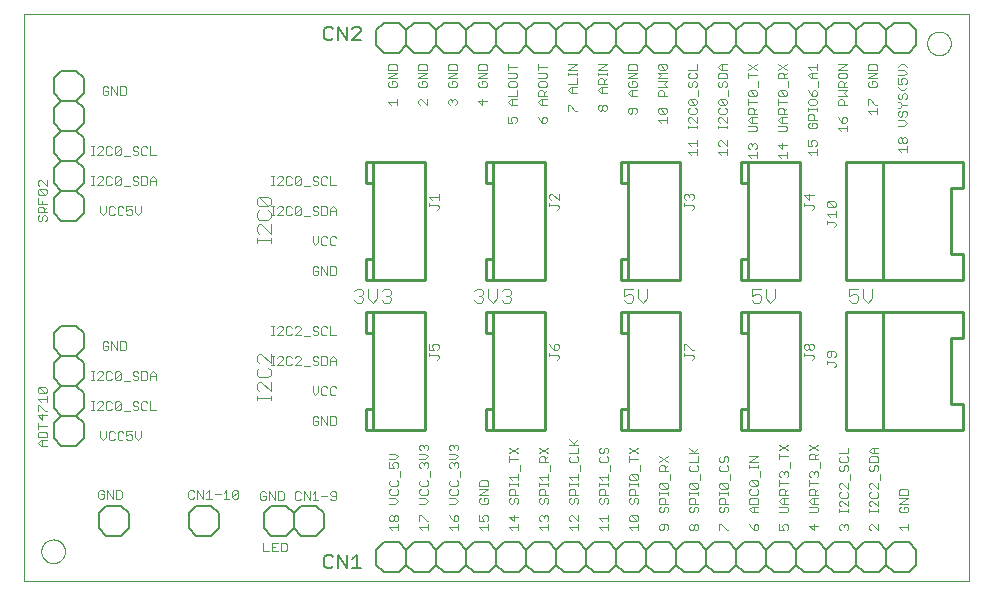
<source format=gto>
G75*
%MOIN*%
%OFA0B0*%
%FSLAX25Y25*%
%IPPOS*%
%LPD*%
%AMOC8*
5,1,8,0,0,1.08239X$1,22.5*
%
%ADD10C,0.00000*%
%ADD11C,0.00300*%
%ADD12C,0.00400*%
%ADD13C,0.00600*%
%ADD14C,0.00500*%
%ADD15C,0.01000*%
D10*
X0001000Y0001226D02*
X0001000Y0190202D01*
X0315961Y0190202D01*
X0315961Y0001226D01*
X0001000Y0001226D01*
X0006906Y0011069D02*
X0006908Y0011194D01*
X0006914Y0011319D01*
X0006924Y0011443D01*
X0006938Y0011567D01*
X0006955Y0011691D01*
X0006977Y0011814D01*
X0007003Y0011936D01*
X0007032Y0012058D01*
X0007065Y0012178D01*
X0007103Y0012297D01*
X0007143Y0012416D01*
X0007188Y0012532D01*
X0007236Y0012647D01*
X0007288Y0012761D01*
X0007344Y0012873D01*
X0007403Y0012983D01*
X0007465Y0013091D01*
X0007531Y0013198D01*
X0007600Y0013302D01*
X0007673Y0013403D01*
X0007748Y0013503D01*
X0007827Y0013600D01*
X0007909Y0013694D01*
X0007994Y0013786D01*
X0008081Y0013875D01*
X0008172Y0013961D01*
X0008265Y0014044D01*
X0008361Y0014125D01*
X0008459Y0014202D01*
X0008559Y0014276D01*
X0008662Y0014347D01*
X0008767Y0014414D01*
X0008875Y0014479D01*
X0008984Y0014539D01*
X0009095Y0014597D01*
X0009208Y0014650D01*
X0009322Y0014700D01*
X0009438Y0014747D01*
X0009555Y0014789D01*
X0009674Y0014828D01*
X0009794Y0014864D01*
X0009915Y0014895D01*
X0010037Y0014923D01*
X0010159Y0014946D01*
X0010283Y0014966D01*
X0010407Y0014982D01*
X0010531Y0014994D01*
X0010656Y0015002D01*
X0010781Y0015006D01*
X0010905Y0015006D01*
X0011030Y0015002D01*
X0011155Y0014994D01*
X0011279Y0014982D01*
X0011403Y0014966D01*
X0011527Y0014946D01*
X0011649Y0014923D01*
X0011771Y0014895D01*
X0011892Y0014864D01*
X0012012Y0014828D01*
X0012131Y0014789D01*
X0012248Y0014747D01*
X0012364Y0014700D01*
X0012478Y0014650D01*
X0012591Y0014597D01*
X0012702Y0014539D01*
X0012812Y0014479D01*
X0012919Y0014414D01*
X0013024Y0014347D01*
X0013127Y0014276D01*
X0013227Y0014202D01*
X0013325Y0014125D01*
X0013421Y0014044D01*
X0013514Y0013961D01*
X0013605Y0013875D01*
X0013692Y0013786D01*
X0013777Y0013694D01*
X0013859Y0013600D01*
X0013938Y0013503D01*
X0014013Y0013403D01*
X0014086Y0013302D01*
X0014155Y0013198D01*
X0014221Y0013091D01*
X0014283Y0012983D01*
X0014342Y0012873D01*
X0014398Y0012761D01*
X0014450Y0012647D01*
X0014498Y0012532D01*
X0014543Y0012416D01*
X0014583Y0012297D01*
X0014621Y0012178D01*
X0014654Y0012058D01*
X0014683Y0011936D01*
X0014709Y0011814D01*
X0014731Y0011691D01*
X0014748Y0011567D01*
X0014762Y0011443D01*
X0014772Y0011319D01*
X0014778Y0011194D01*
X0014780Y0011069D01*
X0014778Y0010944D01*
X0014772Y0010819D01*
X0014762Y0010695D01*
X0014748Y0010571D01*
X0014731Y0010447D01*
X0014709Y0010324D01*
X0014683Y0010202D01*
X0014654Y0010080D01*
X0014621Y0009960D01*
X0014583Y0009841D01*
X0014543Y0009722D01*
X0014498Y0009606D01*
X0014450Y0009491D01*
X0014398Y0009377D01*
X0014342Y0009265D01*
X0014283Y0009155D01*
X0014221Y0009047D01*
X0014155Y0008940D01*
X0014086Y0008836D01*
X0014013Y0008735D01*
X0013938Y0008635D01*
X0013859Y0008538D01*
X0013777Y0008444D01*
X0013692Y0008352D01*
X0013605Y0008263D01*
X0013514Y0008177D01*
X0013421Y0008094D01*
X0013325Y0008013D01*
X0013227Y0007936D01*
X0013127Y0007862D01*
X0013024Y0007791D01*
X0012919Y0007724D01*
X0012811Y0007659D01*
X0012702Y0007599D01*
X0012591Y0007541D01*
X0012478Y0007488D01*
X0012364Y0007438D01*
X0012248Y0007391D01*
X0012131Y0007349D01*
X0012012Y0007310D01*
X0011892Y0007274D01*
X0011771Y0007243D01*
X0011649Y0007215D01*
X0011527Y0007192D01*
X0011403Y0007172D01*
X0011279Y0007156D01*
X0011155Y0007144D01*
X0011030Y0007136D01*
X0010905Y0007132D01*
X0010781Y0007132D01*
X0010656Y0007136D01*
X0010531Y0007144D01*
X0010407Y0007156D01*
X0010283Y0007172D01*
X0010159Y0007192D01*
X0010037Y0007215D01*
X0009915Y0007243D01*
X0009794Y0007274D01*
X0009674Y0007310D01*
X0009555Y0007349D01*
X0009438Y0007391D01*
X0009322Y0007438D01*
X0009208Y0007488D01*
X0009095Y0007541D01*
X0008984Y0007599D01*
X0008874Y0007659D01*
X0008767Y0007724D01*
X0008662Y0007791D01*
X0008559Y0007862D01*
X0008459Y0007936D01*
X0008361Y0008013D01*
X0008265Y0008094D01*
X0008172Y0008177D01*
X0008081Y0008263D01*
X0007994Y0008352D01*
X0007909Y0008444D01*
X0007827Y0008538D01*
X0007748Y0008635D01*
X0007673Y0008735D01*
X0007600Y0008836D01*
X0007531Y0008940D01*
X0007465Y0009047D01*
X0007403Y0009155D01*
X0007344Y0009265D01*
X0007288Y0009377D01*
X0007236Y0009491D01*
X0007188Y0009606D01*
X0007143Y0009722D01*
X0007103Y0009841D01*
X0007065Y0009960D01*
X0007032Y0010080D01*
X0007003Y0010202D01*
X0006977Y0010324D01*
X0006955Y0010447D01*
X0006938Y0010571D01*
X0006924Y0010695D01*
X0006914Y0010819D01*
X0006908Y0010944D01*
X0006906Y0011069D01*
X0302181Y0180360D02*
X0302183Y0180485D01*
X0302189Y0180610D01*
X0302199Y0180734D01*
X0302213Y0180858D01*
X0302230Y0180982D01*
X0302252Y0181105D01*
X0302278Y0181227D01*
X0302307Y0181349D01*
X0302340Y0181469D01*
X0302378Y0181588D01*
X0302418Y0181707D01*
X0302463Y0181823D01*
X0302511Y0181938D01*
X0302563Y0182052D01*
X0302619Y0182164D01*
X0302678Y0182274D01*
X0302740Y0182382D01*
X0302806Y0182489D01*
X0302875Y0182593D01*
X0302948Y0182694D01*
X0303023Y0182794D01*
X0303102Y0182891D01*
X0303184Y0182985D01*
X0303269Y0183077D01*
X0303356Y0183166D01*
X0303447Y0183252D01*
X0303540Y0183335D01*
X0303636Y0183416D01*
X0303734Y0183493D01*
X0303834Y0183567D01*
X0303937Y0183638D01*
X0304042Y0183705D01*
X0304150Y0183770D01*
X0304259Y0183830D01*
X0304370Y0183888D01*
X0304483Y0183941D01*
X0304597Y0183991D01*
X0304713Y0184038D01*
X0304830Y0184080D01*
X0304949Y0184119D01*
X0305069Y0184155D01*
X0305190Y0184186D01*
X0305312Y0184214D01*
X0305434Y0184237D01*
X0305558Y0184257D01*
X0305682Y0184273D01*
X0305806Y0184285D01*
X0305931Y0184293D01*
X0306056Y0184297D01*
X0306180Y0184297D01*
X0306305Y0184293D01*
X0306430Y0184285D01*
X0306554Y0184273D01*
X0306678Y0184257D01*
X0306802Y0184237D01*
X0306924Y0184214D01*
X0307046Y0184186D01*
X0307167Y0184155D01*
X0307287Y0184119D01*
X0307406Y0184080D01*
X0307523Y0184038D01*
X0307639Y0183991D01*
X0307753Y0183941D01*
X0307866Y0183888D01*
X0307977Y0183830D01*
X0308087Y0183770D01*
X0308194Y0183705D01*
X0308299Y0183638D01*
X0308402Y0183567D01*
X0308502Y0183493D01*
X0308600Y0183416D01*
X0308696Y0183335D01*
X0308789Y0183252D01*
X0308880Y0183166D01*
X0308967Y0183077D01*
X0309052Y0182985D01*
X0309134Y0182891D01*
X0309213Y0182794D01*
X0309288Y0182694D01*
X0309361Y0182593D01*
X0309430Y0182489D01*
X0309496Y0182382D01*
X0309558Y0182274D01*
X0309617Y0182164D01*
X0309673Y0182052D01*
X0309725Y0181938D01*
X0309773Y0181823D01*
X0309818Y0181707D01*
X0309858Y0181588D01*
X0309896Y0181469D01*
X0309929Y0181349D01*
X0309958Y0181227D01*
X0309984Y0181105D01*
X0310006Y0180982D01*
X0310023Y0180858D01*
X0310037Y0180734D01*
X0310047Y0180610D01*
X0310053Y0180485D01*
X0310055Y0180360D01*
X0310053Y0180235D01*
X0310047Y0180110D01*
X0310037Y0179986D01*
X0310023Y0179862D01*
X0310006Y0179738D01*
X0309984Y0179615D01*
X0309958Y0179493D01*
X0309929Y0179371D01*
X0309896Y0179251D01*
X0309858Y0179132D01*
X0309818Y0179013D01*
X0309773Y0178897D01*
X0309725Y0178782D01*
X0309673Y0178668D01*
X0309617Y0178556D01*
X0309558Y0178446D01*
X0309496Y0178338D01*
X0309430Y0178231D01*
X0309361Y0178127D01*
X0309288Y0178026D01*
X0309213Y0177926D01*
X0309134Y0177829D01*
X0309052Y0177735D01*
X0308967Y0177643D01*
X0308880Y0177554D01*
X0308789Y0177468D01*
X0308696Y0177385D01*
X0308600Y0177304D01*
X0308502Y0177227D01*
X0308402Y0177153D01*
X0308299Y0177082D01*
X0308194Y0177015D01*
X0308086Y0176950D01*
X0307977Y0176890D01*
X0307866Y0176832D01*
X0307753Y0176779D01*
X0307639Y0176729D01*
X0307523Y0176682D01*
X0307406Y0176640D01*
X0307287Y0176601D01*
X0307167Y0176565D01*
X0307046Y0176534D01*
X0306924Y0176506D01*
X0306802Y0176483D01*
X0306678Y0176463D01*
X0306554Y0176447D01*
X0306430Y0176435D01*
X0306305Y0176427D01*
X0306180Y0176423D01*
X0306056Y0176423D01*
X0305931Y0176427D01*
X0305806Y0176435D01*
X0305682Y0176447D01*
X0305558Y0176463D01*
X0305434Y0176483D01*
X0305312Y0176506D01*
X0305190Y0176534D01*
X0305069Y0176565D01*
X0304949Y0176601D01*
X0304830Y0176640D01*
X0304713Y0176682D01*
X0304597Y0176729D01*
X0304483Y0176779D01*
X0304370Y0176832D01*
X0304259Y0176890D01*
X0304149Y0176950D01*
X0304042Y0177015D01*
X0303937Y0177082D01*
X0303834Y0177153D01*
X0303734Y0177227D01*
X0303636Y0177304D01*
X0303540Y0177385D01*
X0303447Y0177468D01*
X0303356Y0177554D01*
X0303269Y0177643D01*
X0303184Y0177735D01*
X0303102Y0177829D01*
X0303023Y0177926D01*
X0302948Y0178026D01*
X0302875Y0178127D01*
X0302806Y0178231D01*
X0302740Y0178338D01*
X0302678Y0178446D01*
X0302619Y0178556D01*
X0302563Y0178668D01*
X0302511Y0178782D01*
X0302463Y0178897D01*
X0302418Y0179013D01*
X0302378Y0179132D01*
X0302340Y0179251D01*
X0302307Y0179371D01*
X0302278Y0179493D01*
X0302252Y0179615D01*
X0302230Y0179738D01*
X0302213Y0179862D01*
X0302199Y0179986D01*
X0302189Y0180110D01*
X0302183Y0180235D01*
X0302181Y0180360D01*
D11*
X0295389Y0172640D02*
X0294421Y0173607D01*
X0293454Y0173607D01*
X0292486Y0172640D01*
X0292486Y0171628D02*
X0294421Y0171628D01*
X0295389Y0170661D01*
X0294421Y0169693D01*
X0292486Y0169693D01*
X0292486Y0168682D02*
X0292486Y0166747D01*
X0293937Y0166747D01*
X0293454Y0167714D01*
X0293454Y0168198D01*
X0293937Y0168682D01*
X0294905Y0168682D01*
X0295389Y0168198D01*
X0295389Y0167231D01*
X0294905Y0166747D01*
X0295389Y0165750D02*
X0294421Y0164783D01*
X0293454Y0164783D01*
X0292486Y0165750D01*
X0292970Y0163771D02*
X0292486Y0163287D01*
X0292486Y0162320D01*
X0292970Y0161836D01*
X0293454Y0161836D01*
X0293937Y0162320D01*
X0293937Y0163287D01*
X0294421Y0163771D01*
X0294905Y0163771D01*
X0295389Y0163287D01*
X0295389Y0162320D01*
X0294905Y0161836D01*
X0295389Y0159857D02*
X0293937Y0159857D01*
X0292970Y0160825D01*
X0292486Y0160825D01*
X0293937Y0159857D02*
X0292970Y0158890D01*
X0292486Y0158890D01*
X0292970Y0157878D02*
X0292486Y0157394D01*
X0292486Y0156427D01*
X0292970Y0155943D01*
X0293454Y0155943D01*
X0293937Y0156427D01*
X0293937Y0157394D01*
X0294421Y0157878D01*
X0294905Y0157878D01*
X0295389Y0157394D01*
X0295389Y0156427D01*
X0294905Y0155943D01*
X0294421Y0154932D02*
X0292486Y0154932D01*
X0294421Y0154932D02*
X0295389Y0153964D01*
X0294421Y0152997D01*
X0292486Y0152997D01*
X0292970Y0149038D02*
X0293454Y0149038D01*
X0293937Y0148555D01*
X0293937Y0147587D01*
X0293454Y0147103D01*
X0292970Y0147103D01*
X0292486Y0147587D01*
X0292486Y0148555D01*
X0292970Y0149038D01*
X0293937Y0148555D02*
X0294421Y0149038D01*
X0294905Y0149038D01*
X0295389Y0148555D01*
X0295389Y0147587D01*
X0294905Y0147103D01*
X0294421Y0147103D01*
X0293937Y0147587D01*
X0295389Y0146092D02*
X0295389Y0144157D01*
X0295389Y0145124D02*
X0292486Y0145124D01*
X0293454Y0144157D01*
X0285389Y0156925D02*
X0285389Y0158860D01*
X0285389Y0157893D02*
X0282486Y0157893D01*
X0283454Y0156925D01*
X0282486Y0159872D02*
X0282486Y0161807D01*
X0282970Y0161807D01*
X0284905Y0159872D01*
X0285389Y0159872D01*
X0284905Y0165765D02*
X0285389Y0166249D01*
X0285389Y0167216D01*
X0284905Y0167700D01*
X0283937Y0167700D01*
X0283937Y0166732D01*
X0282970Y0165765D02*
X0284905Y0165765D01*
X0282970Y0165765D02*
X0282486Y0166249D01*
X0282486Y0167216D01*
X0282970Y0167700D01*
X0282486Y0168711D02*
X0285389Y0170646D01*
X0282486Y0170646D01*
X0282486Y0171658D02*
X0282486Y0173109D01*
X0282970Y0173593D01*
X0284905Y0173593D01*
X0285389Y0173109D01*
X0285389Y0171658D01*
X0282486Y0171658D01*
X0282486Y0168711D02*
X0285389Y0168711D01*
X0275389Y0169195D02*
X0275389Y0170163D01*
X0274905Y0170646D01*
X0272970Y0170646D01*
X0272486Y0170163D01*
X0272486Y0169195D01*
X0272970Y0168711D01*
X0274905Y0168711D01*
X0275389Y0169195D01*
X0275389Y0167700D02*
X0274421Y0166732D01*
X0274421Y0167216D02*
X0274421Y0165765D01*
X0275389Y0165765D02*
X0272486Y0165765D01*
X0272486Y0167216D01*
X0272970Y0167700D01*
X0273937Y0167700D01*
X0274421Y0167216D01*
X0275389Y0164753D02*
X0272486Y0164753D01*
X0272486Y0162818D02*
X0275389Y0162818D01*
X0274421Y0163786D01*
X0275389Y0164753D01*
X0273937Y0161807D02*
X0274421Y0161323D01*
X0274421Y0159872D01*
X0275389Y0159872D02*
X0272486Y0159872D01*
X0272486Y0161323D01*
X0272970Y0161807D01*
X0273937Y0161807D01*
X0274421Y0155914D02*
X0273937Y0155430D01*
X0273937Y0153979D01*
X0274905Y0153979D01*
X0275389Y0154462D01*
X0275389Y0155430D01*
X0274905Y0155914D01*
X0274421Y0155914D01*
X0272970Y0154946D02*
X0273937Y0153979D01*
X0272970Y0154946D02*
X0272486Y0155914D01*
X0272486Y0152000D02*
X0275389Y0152000D01*
X0275389Y0152967D02*
X0275389Y0151032D01*
X0273454Y0151032D02*
X0272486Y0152000D01*
X0265389Y0152498D02*
X0265389Y0153466D01*
X0264905Y0153949D01*
X0263937Y0153949D01*
X0263937Y0152982D01*
X0262970Y0153949D02*
X0262486Y0153466D01*
X0262486Y0152498D01*
X0262970Y0152014D01*
X0264905Y0152014D01*
X0265389Y0152498D01*
X0265389Y0154961D02*
X0262486Y0154961D01*
X0262486Y0156412D01*
X0262970Y0156896D01*
X0263937Y0156896D01*
X0264421Y0156412D01*
X0264421Y0154961D01*
X0265389Y0157907D02*
X0265389Y0158875D01*
X0265389Y0158391D02*
X0262486Y0158391D01*
X0262486Y0157907D02*
X0262486Y0158875D01*
X0262970Y0159872D02*
X0264905Y0159872D01*
X0265389Y0160355D01*
X0265389Y0161323D01*
X0264905Y0161807D01*
X0262970Y0161807D01*
X0262486Y0161323D01*
X0262486Y0160355D01*
X0262970Y0159872D01*
X0263937Y0162818D02*
X0262970Y0163786D01*
X0262486Y0164753D01*
X0263937Y0164269D02*
X0263937Y0162818D01*
X0264905Y0162818D01*
X0265389Y0163302D01*
X0265389Y0164269D01*
X0264905Y0164753D01*
X0264421Y0164753D01*
X0263937Y0164269D01*
X0265872Y0165765D02*
X0265872Y0167700D01*
X0265389Y0168711D02*
X0263454Y0168711D01*
X0262486Y0169679D01*
X0263454Y0170646D01*
X0265389Y0170646D01*
X0265389Y0171658D02*
X0265389Y0173593D01*
X0265389Y0172625D02*
X0262486Y0172625D01*
X0263454Y0171658D01*
X0263937Y0170646D02*
X0263937Y0168711D01*
X0272486Y0171658D02*
X0275389Y0173593D01*
X0272486Y0173593D01*
X0272486Y0171658D02*
X0275389Y0171658D01*
X0255872Y0167700D02*
X0255872Y0165765D01*
X0254905Y0164753D02*
X0255389Y0164269D01*
X0255389Y0163302D01*
X0254905Y0162818D01*
X0252970Y0164753D01*
X0254905Y0164753D01*
X0254905Y0162818D02*
X0252970Y0162818D01*
X0252486Y0163302D01*
X0252486Y0164269D01*
X0252970Y0164753D01*
X0252486Y0161807D02*
X0252486Y0159872D01*
X0252486Y0160839D02*
X0255389Y0160839D01*
X0255389Y0158860D02*
X0254421Y0157893D01*
X0254421Y0158376D02*
X0254421Y0156925D01*
X0255389Y0156925D02*
X0252486Y0156925D01*
X0252486Y0158376D01*
X0252970Y0158860D01*
X0253937Y0158860D01*
X0254421Y0158376D01*
X0253937Y0155914D02*
X0253937Y0153979D01*
X0253454Y0153979D02*
X0255389Y0153979D01*
X0254905Y0152967D02*
X0252486Y0152967D01*
X0253454Y0153979D02*
X0252486Y0154946D01*
X0253454Y0155914D01*
X0255389Y0155914D01*
X0254905Y0152967D02*
X0255389Y0152483D01*
X0255389Y0151516D01*
X0254905Y0151032D01*
X0252486Y0151032D01*
X0253937Y0147074D02*
X0253937Y0145139D01*
X0252486Y0146590D01*
X0255389Y0146590D01*
X0255389Y0144128D02*
X0255389Y0142193D01*
X0255389Y0143160D02*
X0252486Y0143160D01*
X0253454Y0142193D01*
X0245389Y0142193D02*
X0245389Y0144128D01*
X0245389Y0143160D02*
X0242486Y0143160D01*
X0243454Y0142193D01*
X0242970Y0145139D02*
X0242486Y0145623D01*
X0242486Y0146590D01*
X0242970Y0147074D01*
X0243454Y0147074D01*
X0243937Y0146590D01*
X0244421Y0147074D01*
X0244905Y0147074D01*
X0245389Y0146590D01*
X0245389Y0145623D01*
X0244905Y0145139D01*
X0243937Y0146107D02*
X0243937Y0146590D01*
X0244905Y0151032D02*
X0242486Y0151032D01*
X0242486Y0152967D02*
X0244905Y0152967D01*
X0245389Y0152483D01*
X0245389Y0151516D01*
X0244905Y0151032D01*
X0245389Y0153979D02*
X0243454Y0153979D01*
X0242486Y0154946D01*
X0243454Y0155914D01*
X0245389Y0155914D01*
X0245389Y0156925D02*
X0242486Y0156925D01*
X0242486Y0158376D01*
X0242970Y0158860D01*
X0243937Y0158860D01*
X0244421Y0158376D01*
X0244421Y0156925D01*
X0244421Y0157893D02*
X0245389Y0158860D01*
X0242486Y0159872D02*
X0242486Y0161807D01*
X0242486Y0160839D02*
X0245389Y0160839D01*
X0244905Y0162818D02*
X0242970Y0162818D01*
X0242486Y0163302D01*
X0242486Y0164269D01*
X0242970Y0164753D01*
X0244905Y0162818D01*
X0245389Y0163302D01*
X0245389Y0164269D01*
X0244905Y0164753D01*
X0242970Y0164753D01*
X0245872Y0165765D02*
X0245872Y0167700D01*
X0245389Y0169679D02*
X0242486Y0169679D01*
X0242486Y0170646D02*
X0242486Y0168711D01*
X0242486Y0171658D02*
X0245389Y0173593D01*
X0245389Y0171658D02*
X0242486Y0173593D01*
X0235389Y0173593D02*
X0233454Y0173593D01*
X0232486Y0172625D01*
X0233454Y0171658D01*
X0235389Y0171658D01*
X0234905Y0170646D02*
X0232970Y0170646D01*
X0232486Y0170163D01*
X0232486Y0168711D01*
X0235389Y0168711D01*
X0235389Y0170163D01*
X0234905Y0170646D01*
X0233937Y0171658D02*
X0233937Y0173593D01*
X0225389Y0173593D02*
X0225389Y0171658D01*
X0222486Y0171658D01*
X0222970Y0170646D02*
X0222486Y0170163D01*
X0222486Y0169195D01*
X0222970Y0168711D01*
X0224905Y0168711D01*
X0225389Y0169195D01*
X0225389Y0170163D01*
X0224905Y0170646D01*
X0224905Y0167700D02*
X0225389Y0167216D01*
X0225389Y0166249D01*
X0224905Y0165765D01*
X0223937Y0166249D02*
X0223937Y0167216D01*
X0224421Y0167700D01*
X0224905Y0167700D01*
X0223937Y0166249D02*
X0223454Y0165765D01*
X0222970Y0165765D01*
X0222486Y0166249D01*
X0222486Y0167216D01*
X0222970Y0167700D01*
X0225872Y0164753D02*
X0225872Y0162818D01*
X0224905Y0161807D02*
X0225389Y0161323D01*
X0225389Y0160355D01*
X0224905Y0159872D01*
X0222970Y0161807D01*
X0224905Y0161807D01*
X0222970Y0161807D02*
X0222486Y0161323D01*
X0222486Y0160355D01*
X0222970Y0159872D01*
X0224905Y0159872D01*
X0224905Y0158860D02*
X0225389Y0158376D01*
X0225389Y0157409D01*
X0224905Y0156925D01*
X0222970Y0156925D01*
X0222486Y0157409D01*
X0222486Y0158376D01*
X0222970Y0158860D01*
X0222970Y0155914D02*
X0222486Y0155430D01*
X0222486Y0154462D01*
X0222970Y0153979D01*
X0222486Y0152982D02*
X0222486Y0152014D01*
X0222486Y0152498D02*
X0225389Y0152498D01*
X0225389Y0152014D02*
X0225389Y0152982D01*
X0225389Y0153979D02*
X0223454Y0155914D01*
X0222970Y0155914D01*
X0225389Y0155914D02*
X0225389Y0153979D01*
X0232486Y0154462D02*
X0232970Y0153979D01*
X0232486Y0154462D02*
X0232486Y0155430D01*
X0232970Y0155914D01*
X0233454Y0155914D01*
X0235389Y0153979D01*
X0235389Y0155914D01*
X0234905Y0156925D02*
X0235389Y0157409D01*
X0235389Y0158376D01*
X0234905Y0158860D01*
X0234905Y0159872D02*
X0232970Y0159872D01*
X0232486Y0160355D01*
X0232486Y0161323D01*
X0232970Y0161807D01*
X0234905Y0159872D01*
X0235389Y0160355D01*
X0235389Y0161323D01*
X0234905Y0161807D01*
X0232970Y0161807D01*
X0235872Y0162818D02*
X0235872Y0164753D01*
X0234905Y0165765D02*
X0235389Y0166249D01*
X0235389Y0167216D01*
X0234905Y0167700D01*
X0234421Y0167700D01*
X0233937Y0167216D01*
X0233937Y0166249D01*
X0233454Y0165765D01*
X0232970Y0165765D01*
X0232486Y0166249D01*
X0232486Y0167216D01*
X0232970Y0167700D01*
X0232970Y0158860D02*
X0232486Y0158376D01*
X0232486Y0157409D01*
X0232970Y0156925D01*
X0234905Y0156925D01*
X0235389Y0152982D02*
X0235389Y0152014D01*
X0235389Y0152498D02*
X0232486Y0152498D01*
X0232486Y0152014D02*
X0232486Y0152982D01*
X0232970Y0148056D02*
X0232486Y0147573D01*
X0232486Y0146605D01*
X0232970Y0146121D01*
X0232970Y0148056D02*
X0233454Y0148056D01*
X0235389Y0146121D01*
X0235389Y0148056D01*
X0235389Y0145110D02*
X0235389Y0143175D01*
X0235389Y0144142D02*
X0232486Y0144142D01*
X0233454Y0143175D01*
X0225389Y0143175D02*
X0225389Y0145110D01*
X0225389Y0144142D02*
X0222486Y0144142D01*
X0223454Y0143175D01*
X0223454Y0146121D02*
X0222486Y0147089D01*
X0225389Y0147089D01*
X0225389Y0148056D02*
X0225389Y0146121D01*
X0215389Y0153979D02*
X0215389Y0155914D01*
X0215389Y0154946D02*
X0212486Y0154946D01*
X0213454Y0153979D01*
X0212970Y0156925D02*
X0212486Y0157409D01*
X0212486Y0158376D01*
X0212970Y0158860D01*
X0214905Y0156925D01*
X0215389Y0157409D01*
X0215389Y0158376D01*
X0214905Y0158860D01*
X0212970Y0158860D01*
X0212970Y0156925D02*
X0214905Y0156925D01*
X0205389Y0157409D02*
X0204905Y0156925D01*
X0205389Y0157409D02*
X0205389Y0158376D01*
X0204905Y0158860D01*
X0202970Y0158860D01*
X0202486Y0158376D01*
X0202486Y0157409D01*
X0202970Y0156925D01*
X0203454Y0156925D01*
X0203937Y0157409D01*
X0203937Y0158860D01*
X0203937Y0162818D02*
X0203937Y0164753D01*
X0203454Y0164753D02*
X0205389Y0164753D01*
X0204905Y0165765D02*
X0205389Y0166249D01*
X0205389Y0167216D01*
X0204905Y0167700D01*
X0203937Y0167700D01*
X0203937Y0166732D01*
X0202970Y0165765D02*
X0202486Y0166249D01*
X0202486Y0167216D01*
X0202970Y0167700D01*
X0202486Y0168711D02*
X0205389Y0170646D01*
X0202486Y0170646D01*
X0202486Y0171658D02*
X0202486Y0173109D01*
X0202970Y0173593D01*
X0204905Y0173593D01*
X0205389Y0173109D01*
X0205389Y0171658D01*
X0202486Y0171658D01*
X0202486Y0168711D02*
X0205389Y0168711D01*
X0204905Y0165765D02*
X0202970Y0165765D01*
X0203454Y0164753D02*
X0202486Y0163786D01*
X0203454Y0162818D01*
X0205389Y0162818D01*
X0212486Y0162818D02*
X0212486Y0164269D01*
X0212970Y0164753D01*
X0213937Y0164753D01*
X0214421Y0164269D01*
X0214421Y0162818D01*
X0215389Y0162818D02*
X0212486Y0162818D01*
X0212486Y0165765D02*
X0215389Y0165765D01*
X0214421Y0166732D01*
X0215389Y0167700D01*
X0212486Y0167700D01*
X0212486Y0168711D02*
X0213454Y0169679D01*
X0212486Y0170646D01*
X0215389Y0170646D01*
X0214905Y0171658D02*
X0212970Y0173593D01*
X0214905Y0173593D01*
X0215389Y0173109D01*
X0215389Y0172142D01*
X0214905Y0171658D01*
X0212970Y0171658D01*
X0212486Y0172142D01*
X0212486Y0173109D01*
X0212970Y0173593D01*
X0212486Y0168711D02*
X0215389Y0168711D01*
X0195389Y0168682D02*
X0194421Y0167714D01*
X0194421Y0168198D02*
X0194421Y0166747D01*
X0195389Y0166747D02*
X0192486Y0166747D01*
X0192486Y0168198D01*
X0192970Y0168682D01*
X0193937Y0168682D01*
X0194421Y0168198D01*
X0195389Y0169693D02*
X0195389Y0170661D01*
X0195389Y0170177D02*
X0192486Y0170177D01*
X0192486Y0169693D02*
X0192486Y0170661D01*
X0192486Y0171658D02*
X0195389Y0173593D01*
X0192486Y0173593D01*
X0192486Y0171658D02*
X0195389Y0171658D01*
X0195389Y0165735D02*
X0193454Y0165735D01*
X0192486Y0164768D01*
X0193454Y0163800D01*
X0195389Y0163800D01*
X0193937Y0163800D02*
X0193937Y0165735D01*
X0193454Y0159842D02*
X0192970Y0159842D01*
X0192486Y0159359D01*
X0192486Y0158391D01*
X0192970Y0157907D01*
X0193454Y0157907D01*
X0193937Y0158391D01*
X0193937Y0159359D01*
X0194421Y0159842D01*
X0194905Y0159842D01*
X0195389Y0159359D01*
X0195389Y0158391D01*
X0194905Y0157907D01*
X0194421Y0157907D01*
X0193937Y0158391D01*
X0193937Y0159359D02*
X0193454Y0159842D01*
X0185389Y0157907D02*
X0184905Y0157907D01*
X0182970Y0159842D01*
X0182486Y0159842D01*
X0182486Y0157907D01*
X0175389Y0159872D02*
X0173454Y0159872D01*
X0172486Y0160839D01*
X0173454Y0161807D01*
X0175389Y0161807D01*
X0175389Y0162818D02*
X0172486Y0162818D01*
X0172486Y0164269D01*
X0172970Y0164753D01*
X0173937Y0164753D01*
X0174421Y0164269D01*
X0174421Y0162818D01*
X0174421Y0163786D02*
X0175389Y0164753D01*
X0174905Y0165765D02*
X0175389Y0166249D01*
X0175389Y0167216D01*
X0174905Y0167700D01*
X0172970Y0167700D01*
X0172486Y0167216D01*
X0172486Y0166249D01*
X0172970Y0165765D01*
X0174905Y0165765D01*
X0174905Y0168711D02*
X0172486Y0168711D01*
X0172486Y0170646D02*
X0174905Y0170646D01*
X0175389Y0170163D01*
X0175389Y0169195D01*
X0174905Y0168711D01*
X0172486Y0171658D02*
X0172486Y0173593D01*
X0172486Y0172625D02*
X0175389Y0172625D01*
X0182486Y0171658D02*
X0185389Y0173593D01*
X0182486Y0173593D01*
X0182486Y0171658D02*
X0185389Y0171658D01*
X0185389Y0170661D02*
X0185389Y0169693D01*
X0185389Y0170177D02*
X0182486Y0170177D01*
X0182486Y0169693D02*
X0182486Y0170661D01*
X0185389Y0168682D02*
X0185389Y0166747D01*
X0182486Y0166747D01*
X0183454Y0165735D02*
X0185389Y0165735D01*
X0183937Y0165735D02*
X0183937Y0163800D01*
X0183454Y0163800D02*
X0185389Y0163800D01*
X0183454Y0163800D02*
X0182486Y0164768D01*
X0183454Y0165735D01*
X0173937Y0161807D02*
X0173937Y0159872D01*
X0174421Y0155914D02*
X0173937Y0155430D01*
X0173937Y0153979D01*
X0174905Y0153979D01*
X0175389Y0154462D01*
X0175389Y0155430D01*
X0174905Y0155914D01*
X0174421Y0155914D01*
X0172970Y0154946D02*
X0173937Y0153979D01*
X0172970Y0154946D02*
X0172486Y0155914D01*
X0165389Y0155430D02*
X0165389Y0154462D01*
X0164905Y0153979D01*
X0163937Y0153979D02*
X0163454Y0154946D01*
X0163454Y0155430D01*
X0163937Y0155914D01*
X0164905Y0155914D01*
X0165389Y0155430D01*
X0163937Y0153979D02*
X0162486Y0153979D01*
X0162486Y0155914D01*
X0163454Y0159872D02*
X0162486Y0160839D01*
X0163454Y0161807D01*
X0165389Y0161807D01*
X0165389Y0162818D02*
X0162486Y0162818D01*
X0163937Y0161807D02*
X0163937Y0159872D01*
X0163454Y0159872D02*
X0165389Y0159872D01*
X0165389Y0162818D02*
X0165389Y0164753D01*
X0164905Y0165765D02*
X0165389Y0166249D01*
X0165389Y0167216D01*
X0164905Y0167700D01*
X0162970Y0167700D01*
X0162486Y0167216D01*
X0162486Y0166249D01*
X0162970Y0165765D01*
X0164905Y0165765D01*
X0164905Y0168711D02*
X0162486Y0168711D01*
X0162486Y0170646D02*
X0164905Y0170646D01*
X0165389Y0170163D01*
X0165389Y0169195D01*
X0164905Y0168711D01*
X0162486Y0171658D02*
X0162486Y0173593D01*
X0162486Y0172625D02*
X0165389Y0172625D01*
X0155389Y0173109D02*
X0155389Y0171658D01*
X0152486Y0171658D01*
X0152486Y0173109D01*
X0152970Y0173593D01*
X0154905Y0173593D01*
X0155389Y0173109D01*
X0155389Y0170646D02*
X0152486Y0170646D01*
X0152486Y0168711D02*
X0155389Y0170646D01*
X0155389Y0168711D02*
X0152486Y0168711D01*
X0152970Y0167700D02*
X0152486Y0167216D01*
X0152486Y0166249D01*
X0152970Y0165765D01*
X0154905Y0165765D01*
X0155389Y0166249D01*
X0155389Y0167216D01*
X0154905Y0167700D01*
X0153937Y0167700D01*
X0153937Y0166732D01*
X0153937Y0161807D02*
X0153937Y0159872D01*
X0152486Y0161323D01*
X0155389Y0161323D01*
X0145389Y0161323D02*
X0145389Y0160355D01*
X0144905Y0159872D01*
X0143937Y0160839D02*
X0143937Y0161323D01*
X0144421Y0161807D01*
X0144905Y0161807D01*
X0145389Y0161323D01*
X0143937Y0161323D02*
X0143454Y0161807D01*
X0142970Y0161807D01*
X0142486Y0161323D01*
X0142486Y0160355D01*
X0142970Y0159872D01*
X0142970Y0165765D02*
X0142486Y0166249D01*
X0142486Y0167216D01*
X0142970Y0167700D01*
X0143937Y0167700D02*
X0143937Y0166732D01*
X0143937Y0167700D02*
X0144905Y0167700D01*
X0145389Y0167216D01*
X0145389Y0166249D01*
X0144905Y0165765D01*
X0142970Y0165765D01*
X0142486Y0168711D02*
X0145389Y0170646D01*
X0142486Y0170646D01*
X0142486Y0171658D02*
X0142486Y0173109D01*
X0142970Y0173593D01*
X0144905Y0173593D01*
X0145389Y0173109D01*
X0145389Y0171658D01*
X0142486Y0171658D01*
X0142486Y0168711D02*
X0145389Y0168711D01*
X0135389Y0168711D02*
X0132486Y0168711D01*
X0135389Y0170646D01*
X0132486Y0170646D01*
X0132486Y0171658D02*
X0132486Y0173109D01*
X0132970Y0173593D01*
X0134905Y0173593D01*
X0135389Y0173109D01*
X0135389Y0171658D01*
X0132486Y0171658D01*
X0132970Y0167700D02*
X0132486Y0167216D01*
X0132486Y0166249D01*
X0132970Y0165765D01*
X0134905Y0165765D01*
X0135389Y0166249D01*
X0135389Y0167216D01*
X0134905Y0167700D01*
X0133937Y0167700D01*
X0133937Y0166732D01*
X0133454Y0161807D02*
X0132970Y0161807D01*
X0132486Y0161323D01*
X0132486Y0160355D01*
X0132970Y0159872D01*
X0133454Y0161807D02*
X0135389Y0159872D01*
X0135389Y0161807D01*
X0125389Y0161807D02*
X0125389Y0159872D01*
X0125389Y0160839D02*
X0122486Y0160839D01*
X0123454Y0159872D01*
X0122970Y0165765D02*
X0124905Y0165765D01*
X0125389Y0166249D01*
X0125389Y0167216D01*
X0124905Y0167700D01*
X0123937Y0167700D01*
X0123937Y0166732D01*
X0122970Y0165765D02*
X0122486Y0166249D01*
X0122486Y0167216D01*
X0122970Y0167700D01*
X0122486Y0168711D02*
X0125389Y0170646D01*
X0122486Y0170646D01*
X0122486Y0171658D02*
X0122486Y0173109D01*
X0122970Y0173593D01*
X0124905Y0173593D01*
X0125389Y0173109D01*
X0125389Y0171658D01*
X0122486Y0171658D01*
X0122486Y0168711D02*
X0125389Y0168711D01*
X0103203Y0136078D02*
X0103203Y0133176D01*
X0105138Y0133176D01*
X0102192Y0133660D02*
X0101708Y0133176D01*
X0100741Y0133176D01*
X0100257Y0133660D01*
X0100257Y0135595D01*
X0100741Y0136078D01*
X0101708Y0136078D01*
X0102192Y0135595D01*
X0099245Y0135595D02*
X0098762Y0136078D01*
X0097794Y0136078D01*
X0097310Y0135595D01*
X0097310Y0135111D01*
X0097794Y0134627D01*
X0098762Y0134627D01*
X0099245Y0134143D01*
X0099245Y0133660D01*
X0098762Y0133176D01*
X0097794Y0133176D01*
X0097310Y0133660D01*
X0096299Y0132692D02*
X0094364Y0132692D01*
X0093352Y0133660D02*
X0092869Y0133176D01*
X0091901Y0133176D01*
X0091417Y0133660D01*
X0093352Y0135595D01*
X0093352Y0133660D01*
X0091417Y0133660D02*
X0091417Y0135595D01*
X0091901Y0136078D01*
X0092869Y0136078D01*
X0093352Y0135595D01*
X0090406Y0135595D02*
X0089922Y0136078D01*
X0088955Y0136078D01*
X0088471Y0135595D01*
X0088471Y0133660D01*
X0088955Y0133176D01*
X0089922Y0133176D01*
X0090406Y0133660D01*
X0087459Y0133176D02*
X0085524Y0133176D01*
X0087459Y0135111D01*
X0087459Y0135595D01*
X0086976Y0136078D01*
X0086008Y0136078D01*
X0085524Y0135595D01*
X0084528Y0136078D02*
X0083560Y0136078D01*
X0084044Y0136078D02*
X0084044Y0133176D01*
X0083560Y0133176D02*
X0084528Y0133176D01*
X0084528Y0126078D02*
X0083560Y0126078D01*
X0084044Y0126078D02*
X0084044Y0123176D01*
X0083560Y0123176D02*
X0084528Y0123176D01*
X0085524Y0123176D02*
X0087459Y0125111D01*
X0087459Y0125595D01*
X0086976Y0126078D01*
X0086008Y0126078D01*
X0085524Y0125595D01*
X0085524Y0123176D02*
X0087459Y0123176D01*
X0088471Y0123660D02*
X0088955Y0123176D01*
X0089922Y0123176D01*
X0090406Y0123660D01*
X0091417Y0123660D02*
X0093352Y0125595D01*
X0093352Y0123660D01*
X0092869Y0123176D01*
X0091901Y0123176D01*
X0091417Y0123660D01*
X0091417Y0125595D01*
X0091901Y0126078D01*
X0092869Y0126078D01*
X0093352Y0125595D01*
X0090406Y0125595D02*
X0089922Y0126078D01*
X0088955Y0126078D01*
X0088471Y0125595D01*
X0088471Y0123660D01*
X0094364Y0122692D02*
X0096299Y0122692D01*
X0097310Y0123660D02*
X0097794Y0123176D01*
X0098762Y0123176D01*
X0099245Y0123660D01*
X0099245Y0124143D01*
X0098762Y0124627D01*
X0097794Y0124627D01*
X0097310Y0125111D01*
X0097310Y0125595D01*
X0097794Y0126078D01*
X0098762Y0126078D01*
X0099245Y0125595D01*
X0100257Y0126078D02*
X0101708Y0126078D01*
X0102192Y0125595D01*
X0102192Y0123660D01*
X0101708Y0123176D01*
X0100257Y0123176D01*
X0100257Y0126078D01*
X0103203Y0125111D02*
X0103203Y0123176D01*
X0103203Y0124627D02*
X0105138Y0124627D01*
X0105138Y0125111D02*
X0105138Y0123176D01*
X0105138Y0125111D02*
X0104171Y0126078D01*
X0103203Y0125111D01*
X0103687Y0116078D02*
X0103203Y0115595D01*
X0103203Y0113660D01*
X0103687Y0113176D01*
X0104655Y0113176D01*
X0105138Y0113660D01*
X0105138Y0115595D02*
X0104655Y0116078D01*
X0103687Y0116078D01*
X0102192Y0115595D02*
X0101708Y0116078D01*
X0100741Y0116078D01*
X0100257Y0115595D01*
X0100257Y0113660D01*
X0100741Y0113176D01*
X0101708Y0113176D01*
X0102192Y0113660D01*
X0099245Y0114143D02*
X0099245Y0116078D01*
X0099245Y0114143D02*
X0098278Y0113176D01*
X0097310Y0114143D01*
X0097310Y0116078D01*
X0097794Y0106078D02*
X0097310Y0105595D01*
X0097310Y0103660D01*
X0097794Y0103176D01*
X0098762Y0103176D01*
X0099245Y0103660D01*
X0099245Y0104627D01*
X0098278Y0104627D01*
X0099245Y0105595D02*
X0098762Y0106078D01*
X0097794Y0106078D01*
X0100257Y0106078D02*
X0102192Y0103176D01*
X0102192Y0106078D01*
X0103203Y0106078D02*
X0104655Y0106078D01*
X0105138Y0105595D01*
X0105138Y0103660D01*
X0104655Y0103176D01*
X0103203Y0103176D01*
X0103203Y0106078D01*
X0100257Y0106078D02*
X0100257Y0103176D01*
X0100741Y0086078D02*
X0100257Y0085595D01*
X0100257Y0083660D01*
X0100741Y0083176D01*
X0101708Y0083176D01*
X0102192Y0083660D01*
X0103203Y0083176D02*
X0105138Y0083176D01*
X0103203Y0083176D02*
X0103203Y0086078D01*
X0102192Y0085595D02*
X0101708Y0086078D01*
X0100741Y0086078D01*
X0099245Y0085595D02*
X0098762Y0086078D01*
X0097794Y0086078D01*
X0097310Y0085595D01*
X0097310Y0085111D01*
X0097794Y0084627D01*
X0098762Y0084627D01*
X0099245Y0084143D01*
X0099245Y0083660D01*
X0098762Y0083176D01*
X0097794Y0083176D01*
X0097310Y0083660D01*
X0096299Y0082692D02*
X0094364Y0082692D01*
X0093352Y0083176D02*
X0091417Y0083176D01*
X0093352Y0085111D01*
X0093352Y0085595D01*
X0092869Y0086078D01*
X0091901Y0086078D01*
X0091417Y0085595D01*
X0090406Y0085595D02*
X0089922Y0086078D01*
X0088955Y0086078D01*
X0088471Y0085595D01*
X0088471Y0083660D01*
X0088955Y0083176D01*
X0089922Y0083176D01*
X0090406Y0083660D01*
X0087459Y0083176D02*
X0085524Y0083176D01*
X0087459Y0085111D01*
X0087459Y0085595D01*
X0086976Y0086078D01*
X0086008Y0086078D01*
X0085524Y0085595D01*
X0084528Y0086078D02*
X0083560Y0086078D01*
X0084044Y0086078D02*
X0084044Y0083176D01*
X0083560Y0083176D02*
X0084528Y0083176D01*
X0084528Y0076078D02*
X0083560Y0076078D01*
X0084044Y0076078D02*
X0084044Y0073176D01*
X0083560Y0073176D02*
X0084528Y0073176D01*
X0085524Y0073176D02*
X0087459Y0075111D01*
X0087459Y0075595D01*
X0086976Y0076078D01*
X0086008Y0076078D01*
X0085524Y0075595D01*
X0085524Y0073176D02*
X0087459Y0073176D01*
X0088471Y0073660D02*
X0088955Y0073176D01*
X0089922Y0073176D01*
X0090406Y0073660D01*
X0091417Y0073176D02*
X0093352Y0075111D01*
X0093352Y0075595D01*
X0092869Y0076078D01*
X0091901Y0076078D01*
X0091417Y0075595D01*
X0090406Y0075595D02*
X0089922Y0076078D01*
X0088955Y0076078D01*
X0088471Y0075595D01*
X0088471Y0073660D01*
X0091417Y0073176D02*
X0093352Y0073176D01*
X0094364Y0072692D02*
X0096299Y0072692D01*
X0097310Y0073660D02*
X0097794Y0073176D01*
X0098762Y0073176D01*
X0099245Y0073660D01*
X0099245Y0074143D01*
X0098762Y0074627D01*
X0097794Y0074627D01*
X0097310Y0075111D01*
X0097310Y0075595D01*
X0097794Y0076078D01*
X0098762Y0076078D01*
X0099245Y0075595D01*
X0100257Y0076078D02*
X0101708Y0076078D01*
X0102192Y0075595D01*
X0102192Y0073660D01*
X0101708Y0073176D01*
X0100257Y0073176D01*
X0100257Y0076078D01*
X0103203Y0075111D02*
X0103203Y0073176D01*
X0103203Y0074627D02*
X0105138Y0074627D01*
X0105138Y0075111D02*
X0105138Y0073176D01*
X0105138Y0075111D02*
X0104171Y0076078D01*
X0103203Y0075111D01*
X0103687Y0066078D02*
X0103203Y0065595D01*
X0103203Y0063660D01*
X0103687Y0063176D01*
X0104655Y0063176D01*
X0105138Y0063660D01*
X0105138Y0065595D02*
X0104655Y0066078D01*
X0103687Y0066078D01*
X0102192Y0065595D02*
X0101708Y0066078D01*
X0100741Y0066078D01*
X0100257Y0065595D01*
X0100257Y0063660D01*
X0100741Y0063176D01*
X0101708Y0063176D01*
X0102192Y0063660D01*
X0099245Y0064143D02*
X0099245Y0066078D01*
X0099245Y0064143D02*
X0098278Y0063176D01*
X0097310Y0064143D01*
X0097310Y0066078D01*
X0097794Y0056078D02*
X0097310Y0055595D01*
X0097310Y0053660D01*
X0097794Y0053176D01*
X0098762Y0053176D01*
X0099245Y0053660D01*
X0099245Y0054627D01*
X0098278Y0054627D01*
X0099245Y0055595D02*
X0098762Y0056078D01*
X0097794Y0056078D01*
X0100257Y0056078D02*
X0102192Y0053176D01*
X0102192Y0056078D01*
X0103203Y0056078D02*
X0104655Y0056078D01*
X0105138Y0055595D01*
X0105138Y0053660D01*
X0104655Y0053176D01*
X0103203Y0053176D01*
X0103203Y0056078D01*
X0100257Y0056078D02*
X0100257Y0053176D01*
X0122948Y0043655D02*
X0124883Y0043655D01*
X0125850Y0042687D01*
X0124883Y0041720D01*
X0122948Y0041720D01*
X0122948Y0040708D02*
X0122948Y0038773D01*
X0124399Y0038773D01*
X0123915Y0039741D01*
X0123915Y0040224D01*
X0124399Y0040708D01*
X0125366Y0040708D01*
X0125850Y0040224D01*
X0125850Y0039257D01*
X0125366Y0038773D01*
X0126334Y0037762D02*
X0126334Y0035827D01*
X0125366Y0034815D02*
X0125850Y0034331D01*
X0125850Y0033364D01*
X0125366Y0032880D01*
X0123431Y0032880D01*
X0122948Y0033364D01*
X0122948Y0034331D01*
X0123431Y0034815D01*
X0123431Y0031869D02*
X0122948Y0031385D01*
X0122948Y0030417D01*
X0123431Y0029934D01*
X0125366Y0029934D01*
X0125850Y0030417D01*
X0125850Y0031385D01*
X0125366Y0031869D01*
X0124883Y0028922D02*
X0122948Y0028922D01*
X0124883Y0028922D02*
X0125850Y0027955D01*
X0124883Y0026987D01*
X0122948Y0026987D01*
X0123431Y0023029D02*
X0123915Y0023029D01*
X0124399Y0022545D01*
X0124399Y0021578D01*
X0123915Y0021094D01*
X0123431Y0021094D01*
X0122948Y0021578D01*
X0122948Y0022545D01*
X0123431Y0023029D01*
X0124399Y0022545D02*
X0124883Y0023029D01*
X0125366Y0023029D01*
X0125850Y0022545D01*
X0125850Y0021578D01*
X0125366Y0021094D01*
X0124883Y0021094D01*
X0124399Y0021578D01*
X0125850Y0020083D02*
X0125850Y0018148D01*
X0125850Y0019115D02*
X0122948Y0019115D01*
X0123915Y0018148D01*
X0132948Y0019115D02*
X0135850Y0019115D01*
X0135850Y0018148D02*
X0135850Y0020083D01*
X0135850Y0021094D02*
X0135366Y0021094D01*
X0133431Y0023029D01*
X0132948Y0023029D01*
X0132948Y0021094D01*
X0132948Y0019115D02*
X0133915Y0018148D01*
X0142948Y0019115D02*
X0145850Y0019115D01*
X0145850Y0018148D02*
X0145850Y0020083D01*
X0145366Y0021094D02*
X0145850Y0021578D01*
X0145850Y0022545D01*
X0145366Y0023029D01*
X0144883Y0023029D01*
X0144399Y0022545D01*
X0144399Y0021094D01*
X0145366Y0021094D01*
X0144399Y0021094D02*
X0143431Y0022062D01*
X0142948Y0023029D01*
X0142948Y0026987D02*
X0144883Y0026987D01*
X0145850Y0027955D01*
X0144883Y0028922D01*
X0142948Y0028922D01*
X0143431Y0029934D02*
X0145366Y0029934D01*
X0145850Y0030417D01*
X0145850Y0031385D01*
X0145366Y0031869D01*
X0145366Y0032880D02*
X0145850Y0033364D01*
X0145850Y0034331D01*
X0145366Y0034815D01*
X0146334Y0035827D02*
X0146334Y0037762D01*
X0145366Y0038773D02*
X0145850Y0039257D01*
X0145850Y0040224D01*
X0145366Y0040708D01*
X0144883Y0040708D01*
X0144399Y0040224D01*
X0144399Y0039741D01*
X0144399Y0040224D02*
X0143915Y0040708D01*
X0143431Y0040708D01*
X0142948Y0040224D01*
X0142948Y0039257D01*
X0143431Y0038773D01*
X0142948Y0041720D02*
X0144883Y0041720D01*
X0145850Y0042687D01*
X0144883Y0043655D01*
X0142948Y0043655D01*
X0143431Y0044666D02*
X0142948Y0045150D01*
X0142948Y0046118D01*
X0143431Y0046601D01*
X0143915Y0046601D01*
X0144399Y0046118D01*
X0144883Y0046601D01*
X0145366Y0046601D01*
X0145850Y0046118D01*
X0145850Y0045150D01*
X0145366Y0044666D01*
X0144399Y0045634D02*
X0144399Y0046118D01*
X0135850Y0046118D02*
X0135850Y0045150D01*
X0135366Y0044666D01*
X0134883Y0043655D02*
X0132948Y0043655D01*
X0133431Y0044666D02*
X0132948Y0045150D01*
X0132948Y0046118D01*
X0133431Y0046601D01*
X0133915Y0046601D01*
X0134399Y0046118D01*
X0134883Y0046601D01*
X0135366Y0046601D01*
X0135850Y0046118D01*
X0134399Y0046118D02*
X0134399Y0045634D01*
X0134883Y0043655D02*
X0135850Y0042687D01*
X0134883Y0041720D01*
X0132948Y0041720D01*
X0133431Y0040708D02*
X0132948Y0040224D01*
X0132948Y0039257D01*
X0133431Y0038773D01*
X0134399Y0039741D02*
X0134399Y0040224D01*
X0134883Y0040708D01*
X0135366Y0040708D01*
X0135850Y0040224D01*
X0135850Y0039257D01*
X0135366Y0038773D01*
X0136334Y0037762D02*
X0136334Y0035827D01*
X0135366Y0034815D02*
X0135850Y0034331D01*
X0135850Y0033364D01*
X0135366Y0032880D01*
X0133431Y0032880D01*
X0132948Y0033364D01*
X0132948Y0034331D01*
X0133431Y0034815D01*
X0133431Y0031869D02*
X0132948Y0031385D01*
X0132948Y0030417D01*
X0133431Y0029934D01*
X0135366Y0029934D01*
X0135850Y0030417D01*
X0135850Y0031385D01*
X0135366Y0031869D01*
X0134883Y0028922D02*
X0132948Y0028922D01*
X0134883Y0028922D02*
X0135850Y0027955D01*
X0134883Y0026987D01*
X0132948Y0026987D01*
X0142948Y0030417D02*
X0143431Y0029934D01*
X0142948Y0030417D02*
X0142948Y0031385D01*
X0143431Y0031869D01*
X0143431Y0032880D02*
X0145366Y0032880D01*
X0143431Y0032880D02*
X0142948Y0033364D01*
X0142948Y0034331D01*
X0143431Y0034815D01*
X0152948Y0034331D02*
X0152948Y0032880D01*
X0155850Y0032880D01*
X0155850Y0034331D01*
X0155366Y0034815D01*
X0153431Y0034815D01*
X0152948Y0034331D01*
X0152948Y0031869D02*
X0155850Y0031869D01*
X0152948Y0029934D01*
X0155850Y0029934D01*
X0155366Y0028922D02*
X0154399Y0028922D01*
X0154399Y0027955D01*
X0155366Y0028922D02*
X0155850Y0028438D01*
X0155850Y0027471D01*
X0155366Y0026987D01*
X0153431Y0026987D01*
X0152948Y0027471D01*
X0152948Y0028438D01*
X0153431Y0028922D01*
X0152948Y0023029D02*
X0152948Y0021094D01*
X0154399Y0021094D01*
X0153915Y0022062D01*
X0153915Y0022545D01*
X0154399Y0023029D01*
X0155366Y0023029D01*
X0155850Y0022545D01*
X0155850Y0021578D01*
X0155366Y0021094D01*
X0155850Y0020083D02*
X0155850Y0018148D01*
X0155850Y0019115D02*
X0152948Y0019115D01*
X0153915Y0018148D01*
X0162948Y0019115D02*
X0165850Y0019115D01*
X0165850Y0018148D02*
X0165850Y0020083D01*
X0164399Y0021094D02*
X0164399Y0023029D01*
X0165850Y0022545D02*
X0162948Y0022545D01*
X0164399Y0021094D01*
X0162948Y0019115D02*
X0163915Y0018148D01*
X0172948Y0019115D02*
X0175850Y0019115D01*
X0175850Y0018148D02*
X0175850Y0020083D01*
X0175366Y0021094D02*
X0175850Y0021578D01*
X0175850Y0022545D01*
X0175366Y0023029D01*
X0174883Y0023029D01*
X0174399Y0022545D01*
X0174399Y0022062D01*
X0174399Y0022545D02*
X0173915Y0023029D01*
X0173431Y0023029D01*
X0172948Y0022545D01*
X0172948Y0021578D01*
X0173431Y0021094D01*
X0172948Y0019115D02*
X0173915Y0018148D01*
X0182948Y0019115D02*
X0185850Y0019115D01*
X0185850Y0018148D02*
X0185850Y0020083D01*
X0185850Y0021094D02*
X0183915Y0023029D01*
X0183431Y0023029D01*
X0182948Y0022545D01*
X0182948Y0021578D01*
X0183431Y0021094D01*
X0185850Y0021094D02*
X0185850Y0023029D01*
X0185366Y0026987D02*
X0185850Y0027471D01*
X0185850Y0028438D01*
X0185366Y0028922D01*
X0184883Y0028922D01*
X0184399Y0028438D01*
X0184399Y0027471D01*
X0183915Y0026987D01*
X0183431Y0026987D01*
X0182948Y0027471D01*
X0182948Y0028438D01*
X0183431Y0028922D01*
X0182948Y0029934D02*
X0182948Y0031385D01*
X0183431Y0031869D01*
X0184399Y0031869D01*
X0184883Y0031385D01*
X0184883Y0029934D01*
X0185850Y0029934D02*
X0182948Y0029934D01*
X0182948Y0032880D02*
X0182948Y0033848D01*
X0182948Y0033364D02*
X0185850Y0033364D01*
X0185850Y0032880D02*
X0185850Y0033848D01*
X0185850Y0034845D02*
X0185850Y0036780D01*
X0185850Y0035812D02*
X0182948Y0035812D01*
X0183915Y0034845D01*
X0186334Y0037791D02*
X0186334Y0039726D01*
X0185366Y0040738D02*
X0183431Y0040738D01*
X0182948Y0041221D01*
X0182948Y0042189D01*
X0183431Y0042673D01*
X0182948Y0043684D02*
X0185850Y0043684D01*
X0185850Y0045619D01*
X0185850Y0046631D02*
X0182948Y0046631D01*
X0184399Y0047114D02*
X0185850Y0048566D01*
X0184883Y0046631D02*
X0182948Y0048566D01*
X0175850Y0045619D02*
X0172948Y0043684D01*
X0173431Y0042673D02*
X0174399Y0042673D01*
X0174883Y0042189D01*
X0174883Y0040738D01*
X0175850Y0040738D02*
X0172948Y0040738D01*
X0172948Y0042189D01*
X0173431Y0042673D01*
X0174883Y0041705D02*
X0175850Y0042673D01*
X0175850Y0043684D02*
X0172948Y0045619D01*
X0165850Y0045619D02*
X0162948Y0043684D01*
X0162948Y0042673D02*
X0162948Y0040738D01*
X0162948Y0041705D02*
X0165850Y0041705D01*
X0165850Y0043684D02*
X0162948Y0045619D01*
X0166334Y0039726D02*
X0166334Y0037791D01*
X0165850Y0036780D02*
X0165850Y0034845D01*
X0165850Y0035812D02*
X0162948Y0035812D01*
X0163915Y0034845D01*
X0162948Y0033848D02*
X0162948Y0032880D01*
X0162948Y0033364D02*
X0165850Y0033364D01*
X0165850Y0032880D02*
X0165850Y0033848D01*
X0164399Y0031869D02*
X0164883Y0031385D01*
X0164883Y0029934D01*
X0165850Y0029934D02*
X0162948Y0029934D01*
X0162948Y0031385D01*
X0163431Y0031869D01*
X0164399Y0031869D01*
X0164883Y0028922D02*
X0165366Y0028922D01*
X0165850Y0028438D01*
X0165850Y0027471D01*
X0165366Y0026987D01*
X0164399Y0027471D02*
X0164399Y0028438D01*
X0164883Y0028922D01*
X0163431Y0028922D02*
X0162948Y0028438D01*
X0162948Y0027471D01*
X0163431Y0026987D01*
X0163915Y0026987D01*
X0164399Y0027471D01*
X0172948Y0027471D02*
X0173431Y0026987D01*
X0173915Y0026987D01*
X0174399Y0027471D01*
X0174399Y0028438D01*
X0174883Y0028922D01*
X0175366Y0028922D01*
X0175850Y0028438D01*
X0175850Y0027471D01*
X0175366Y0026987D01*
X0172948Y0027471D02*
X0172948Y0028438D01*
X0173431Y0028922D01*
X0172948Y0029934D02*
X0172948Y0031385D01*
X0173431Y0031869D01*
X0174399Y0031869D01*
X0174883Y0031385D01*
X0174883Y0029934D01*
X0175850Y0029934D02*
X0172948Y0029934D01*
X0172948Y0032880D02*
X0172948Y0033848D01*
X0172948Y0033364D02*
X0175850Y0033364D01*
X0175850Y0032880D02*
X0175850Y0033848D01*
X0175850Y0034845D02*
X0175850Y0036780D01*
X0175850Y0035812D02*
X0172948Y0035812D01*
X0173915Y0034845D01*
X0176334Y0037791D02*
X0176334Y0039726D01*
X0185366Y0040738D02*
X0185850Y0041221D01*
X0185850Y0042189D01*
X0185366Y0042673D01*
X0192948Y0042189D02*
X0192948Y0041221D01*
X0193431Y0040738D01*
X0195366Y0040738D01*
X0195850Y0041221D01*
X0195850Y0042189D01*
X0195366Y0042673D01*
X0195366Y0043684D02*
X0195850Y0044168D01*
X0195850Y0045135D01*
X0195366Y0045619D01*
X0194883Y0045619D01*
X0194399Y0045135D01*
X0194399Y0044168D01*
X0193915Y0043684D01*
X0193431Y0043684D01*
X0192948Y0044168D01*
X0192948Y0045135D01*
X0193431Y0045619D01*
X0193431Y0042673D02*
X0192948Y0042189D01*
X0196334Y0039726D02*
X0196334Y0037791D01*
X0195850Y0036780D02*
X0195850Y0034845D01*
X0195850Y0035812D02*
X0192948Y0035812D01*
X0193915Y0034845D01*
X0192948Y0033848D02*
X0192948Y0032880D01*
X0192948Y0033364D02*
X0195850Y0033364D01*
X0195850Y0032880D02*
X0195850Y0033848D01*
X0194399Y0031869D02*
X0194883Y0031385D01*
X0194883Y0029934D01*
X0195850Y0029934D02*
X0192948Y0029934D01*
X0192948Y0031385D01*
X0193431Y0031869D01*
X0194399Y0031869D01*
X0194883Y0028922D02*
X0195366Y0028922D01*
X0195850Y0028438D01*
X0195850Y0027471D01*
X0195366Y0026987D01*
X0194399Y0027471D02*
X0194399Y0028438D01*
X0194883Y0028922D01*
X0193431Y0028922D02*
X0192948Y0028438D01*
X0192948Y0027471D01*
X0193431Y0026987D01*
X0193915Y0026987D01*
X0194399Y0027471D01*
X0195850Y0023029D02*
X0195850Y0021094D01*
X0195850Y0022062D02*
X0192948Y0022062D01*
X0193915Y0021094D01*
X0195850Y0020083D02*
X0195850Y0018148D01*
X0195850Y0019115D02*
X0192948Y0019115D01*
X0193915Y0018148D01*
X0202948Y0019115D02*
X0205850Y0019115D01*
X0205850Y0018148D02*
X0205850Y0020083D01*
X0205366Y0021094D02*
X0203431Y0023029D01*
X0205366Y0023029D01*
X0205850Y0022545D01*
X0205850Y0021578D01*
X0205366Y0021094D01*
X0203431Y0021094D01*
X0202948Y0021578D01*
X0202948Y0022545D01*
X0203431Y0023029D01*
X0203431Y0026987D02*
X0203915Y0026987D01*
X0204399Y0027471D01*
X0204399Y0028438D01*
X0204883Y0028922D01*
X0205366Y0028922D01*
X0205850Y0028438D01*
X0205850Y0027471D01*
X0205366Y0026987D01*
X0203431Y0026987D02*
X0202948Y0027471D01*
X0202948Y0028438D01*
X0203431Y0028922D01*
X0202948Y0029934D02*
X0202948Y0031385D01*
X0203431Y0031869D01*
X0204399Y0031869D01*
X0204883Y0031385D01*
X0204883Y0029934D01*
X0205850Y0029934D02*
X0202948Y0029934D01*
X0202948Y0032880D02*
X0202948Y0033848D01*
X0202948Y0033364D02*
X0205850Y0033364D01*
X0205850Y0032880D02*
X0205850Y0033848D01*
X0205366Y0034845D02*
X0203431Y0036780D01*
X0205366Y0036780D01*
X0205850Y0036296D01*
X0205850Y0035328D01*
X0205366Y0034845D01*
X0203431Y0034845D01*
X0202948Y0035328D01*
X0202948Y0036296D01*
X0203431Y0036780D01*
X0206334Y0037791D02*
X0206334Y0039726D01*
X0205850Y0041705D02*
X0202948Y0041705D01*
X0202948Y0040738D02*
X0202948Y0042673D01*
X0202948Y0043684D02*
X0205850Y0045619D01*
X0205850Y0043684D02*
X0202948Y0045619D01*
X0212948Y0042673D02*
X0215850Y0040738D01*
X0215850Y0039726D02*
X0214883Y0038759D01*
X0214883Y0039242D02*
X0214883Y0037791D01*
X0215850Y0037791D02*
X0212948Y0037791D01*
X0212948Y0039242D01*
X0213431Y0039726D01*
X0214399Y0039726D01*
X0214883Y0039242D01*
X0212948Y0040738D02*
X0215850Y0042673D01*
X0222948Y0043684D02*
X0225850Y0043684D01*
X0224883Y0043684D02*
X0222948Y0045619D01*
X0224399Y0044168D02*
X0225850Y0045619D01*
X0225850Y0042673D02*
X0225850Y0040738D01*
X0222948Y0040738D01*
X0223431Y0039726D02*
X0222948Y0039242D01*
X0222948Y0038275D01*
X0223431Y0037791D01*
X0225366Y0037791D01*
X0225850Y0038275D01*
X0225850Y0039242D01*
X0225366Y0039726D01*
X0226334Y0036780D02*
X0226334Y0034845D01*
X0225366Y0033833D02*
X0223431Y0033833D01*
X0225366Y0031898D01*
X0225850Y0032382D01*
X0225850Y0033349D01*
X0225366Y0033833D01*
X0223431Y0033833D02*
X0222948Y0033349D01*
X0222948Y0032382D01*
X0223431Y0031898D01*
X0225366Y0031898D01*
X0225850Y0030901D02*
X0225850Y0029934D01*
X0225850Y0030417D02*
X0222948Y0030417D01*
X0222948Y0029934D02*
X0222948Y0030901D01*
X0223431Y0028922D02*
X0224399Y0028922D01*
X0224883Y0028438D01*
X0224883Y0026987D01*
X0225850Y0026987D02*
X0222948Y0026987D01*
X0222948Y0028438D01*
X0223431Y0028922D01*
X0223431Y0025976D02*
X0222948Y0025492D01*
X0222948Y0024524D01*
X0223431Y0024041D01*
X0223915Y0024041D01*
X0224399Y0024524D01*
X0224399Y0025492D01*
X0224883Y0025976D01*
X0225366Y0025976D01*
X0225850Y0025492D01*
X0225850Y0024524D01*
X0225366Y0024041D01*
X0225366Y0020083D02*
X0224883Y0020083D01*
X0224399Y0019599D01*
X0224399Y0018631D01*
X0223915Y0018148D01*
X0223431Y0018148D01*
X0222948Y0018631D01*
X0222948Y0019599D01*
X0223431Y0020083D01*
X0223915Y0020083D01*
X0224399Y0019599D01*
X0224399Y0018631D02*
X0224883Y0018148D01*
X0225366Y0018148D01*
X0225850Y0018631D01*
X0225850Y0019599D01*
X0225366Y0020083D01*
X0232948Y0020083D02*
X0232948Y0018148D01*
X0232948Y0020083D02*
X0233431Y0020083D01*
X0235366Y0018148D01*
X0235850Y0018148D01*
X0242948Y0020083D02*
X0243431Y0019115D01*
X0244399Y0018148D01*
X0244399Y0019599D01*
X0244883Y0020083D01*
X0245366Y0020083D01*
X0245850Y0019599D01*
X0245850Y0018631D01*
X0245366Y0018148D01*
X0244399Y0018148D01*
X0252948Y0018148D02*
X0254399Y0018148D01*
X0253915Y0019115D01*
X0253915Y0019599D01*
X0254399Y0020083D01*
X0255366Y0020083D01*
X0255850Y0019599D01*
X0255850Y0018631D01*
X0255366Y0018148D01*
X0252948Y0018148D02*
X0252948Y0020083D01*
X0252948Y0024041D02*
X0255366Y0024041D01*
X0255850Y0024524D01*
X0255850Y0025492D01*
X0255366Y0025976D01*
X0252948Y0025976D01*
X0253915Y0026987D02*
X0252948Y0027955D01*
X0253915Y0028922D01*
X0255850Y0028922D01*
X0255850Y0029934D02*
X0252948Y0029934D01*
X0252948Y0031385D01*
X0253431Y0031869D01*
X0254399Y0031869D01*
X0254883Y0031385D01*
X0254883Y0029934D01*
X0254883Y0030901D02*
X0255850Y0031869D01*
X0255850Y0033848D02*
X0252948Y0033848D01*
X0252948Y0034815D02*
X0252948Y0032880D01*
X0253431Y0035827D02*
X0252948Y0036310D01*
X0252948Y0037278D01*
X0253431Y0037762D01*
X0253915Y0037762D01*
X0254399Y0037278D01*
X0254883Y0037762D01*
X0255366Y0037762D01*
X0255850Y0037278D01*
X0255850Y0036310D01*
X0255366Y0035827D01*
X0254399Y0036794D02*
X0254399Y0037278D01*
X0256334Y0038773D02*
X0256334Y0040708D01*
X0255850Y0042687D02*
X0252948Y0042687D01*
X0252948Y0041720D02*
X0252948Y0043655D01*
X0252948Y0044666D02*
X0255850Y0046601D01*
X0255850Y0044666D02*
X0252948Y0046601D01*
X0245850Y0042673D02*
X0242948Y0042673D01*
X0242948Y0040738D02*
X0245850Y0042673D01*
X0245850Y0040738D02*
X0242948Y0040738D01*
X0242948Y0039741D02*
X0242948Y0038773D01*
X0242948Y0039257D02*
X0245850Y0039257D01*
X0245850Y0038773D02*
X0245850Y0039741D01*
X0246334Y0037762D02*
X0246334Y0035827D01*
X0245366Y0034815D02*
X0245850Y0034331D01*
X0245850Y0033364D01*
X0245366Y0032880D01*
X0243431Y0034815D01*
X0245366Y0034815D01*
X0243431Y0034815D02*
X0242948Y0034331D01*
X0242948Y0033364D01*
X0243431Y0032880D01*
X0245366Y0032880D01*
X0245366Y0031869D02*
X0245850Y0031385D01*
X0245850Y0030417D01*
X0245366Y0029934D01*
X0243431Y0029934D01*
X0242948Y0030417D01*
X0242948Y0031385D01*
X0243431Y0031869D01*
X0243431Y0028922D02*
X0242948Y0028438D01*
X0242948Y0026987D01*
X0245850Y0026987D01*
X0245850Y0028438D01*
X0245366Y0028922D01*
X0243431Y0028922D01*
X0243915Y0025976D02*
X0245850Y0025976D01*
X0244399Y0025976D02*
X0244399Y0024041D01*
X0243915Y0024041D02*
X0245850Y0024041D01*
X0243915Y0024041D02*
X0242948Y0025008D01*
X0243915Y0025976D01*
X0235850Y0025492D02*
X0235850Y0024524D01*
X0235366Y0024041D01*
X0234399Y0024524D02*
X0234399Y0025492D01*
X0234883Y0025976D01*
X0235366Y0025976D01*
X0235850Y0025492D01*
X0235850Y0026987D02*
X0232948Y0026987D01*
X0232948Y0028438D01*
X0233431Y0028922D01*
X0234399Y0028922D01*
X0234883Y0028438D01*
X0234883Y0026987D01*
X0233431Y0025976D02*
X0232948Y0025492D01*
X0232948Y0024524D01*
X0233431Y0024041D01*
X0233915Y0024041D01*
X0234399Y0024524D01*
X0235850Y0029934D02*
X0235850Y0030901D01*
X0235850Y0030417D02*
X0232948Y0030417D01*
X0232948Y0029934D02*
X0232948Y0030901D01*
X0233431Y0031898D02*
X0232948Y0032382D01*
X0232948Y0033349D01*
X0233431Y0033833D01*
X0235366Y0031898D01*
X0235850Y0032382D01*
X0235850Y0033349D01*
X0235366Y0033833D01*
X0233431Y0033833D01*
X0233431Y0031898D02*
X0235366Y0031898D01*
X0236334Y0034845D02*
X0236334Y0036780D01*
X0235366Y0037791D02*
X0235850Y0038275D01*
X0235850Y0039242D01*
X0235366Y0039726D01*
X0235366Y0040738D02*
X0235850Y0041221D01*
X0235850Y0042189D01*
X0235366Y0042673D01*
X0234883Y0042673D01*
X0234399Y0042189D01*
X0234399Y0041221D01*
X0233915Y0040738D01*
X0233431Y0040738D01*
X0232948Y0041221D01*
X0232948Y0042189D01*
X0233431Y0042673D01*
X0233431Y0039726D02*
X0232948Y0039242D01*
X0232948Y0038275D01*
X0233431Y0037791D01*
X0235366Y0037791D01*
X0216334Y0036780D02*
X0216334Y0034845D01*
X0215366Y0033833D02*
X0215850Y0033349D01*
X0215850Y0032382D01*
X0215366Y0031898D01*
X0213431Y0033833D01*
X0215366Y0033833D01*
X0213431Y0033833D02*
X0212948Y0033349D01*
X0212948Y0032382D01*
X0213431Y0031898D01*
X0215366Y0031898D01*
X0215850Y0030901D02*
X0215850Y0029934D01*
X0215850Y0030417D02*
X0212948Y0030417D01*
X0212948Y0029934D02*
X0212948Y0030901D01*
X0213431Y0028922D02*
X0214399Y0028922D01*
X0214883Y0028438D01*
X0214883Y0026987D01*
X0215850Y0026987D02*
X0212948Y0026987D01*
X0212948Y0028438D01*
X0213431Y0028922D01*
X0213431Y0025976D02*
X0212948Y0025492D01*
X0212948Y0024524D01*
X0213431Y0024041D01*
X0213915Y0024041D01*
X0214399Y0024524D01*
X0214399Y0025492D01*
X0214883Y0025976D01*
X0215366Y0025976D01*
X0215850Y0025492D01*
X0215850Y0024524D01*
X0215366Y0024041D01*
X0215366Y0020083D02*
X0213431Y0020083D01*
X0212948Y0019599D01*
X0212948Y0018631D01*
X0213431Y0018148D01*
X0213915Y0018148D01*
X0214399Y0018631D01*
X0214399Y0020083D01*
X0215366Y0020083D02*
X0215850Y0019599D01*
X0215850Y0018631D01*
X0215366Y0018148D01*
X0203915Y0018148D02*
X0202948Y0019115D01*
X0183915Y0018148D02*
X0182948Y0019115D01*
X0143915Y0018148D02*
X0142948Y0019115D01*
X0134399Y0040224D02*
X0133915Y0040708D01*
X0133431Y0040708D01*
X0105138Y0030595D02*
X0105138Y0028660D01*
X0104655Y0028176D01*
X0103687Y0028176D01*
X0103203Y0028660D01*
X0103687Y0029627D02*
X0105138Y0029627D01*
X0105138Y0030595D02*
X0104655Y0031078D01*
X0103687Y0031078D01*
X0103203Y0030595D01*
X0103203Y0030111D01*
X0103687Y0029627D01*
X0102192Y0029627D02*
X0100257Y0029627D01*
X0099245Y0028176D02*
X0097310Y0028176D01*
X0098278Y0028176D02*
X0098278Y0031078D01*
X0097310Y0030111D01*
X0096299Y0031078D02*
X0096299Y0028176D01*
X0094364Y0031078D01*
X0094364Y0028176D01*
X0093352Y0028660D02*
X0092869Y0028176D01*
X0091901Y0028176D01*
X0091417Y0028660D01*
X0091417Y0030595D01*
X0091901Y0031078D01*
X0092869Y0031078D01*
X0093352Y0030595D01*
X0087638Y0030595D02*
X0087638Y0028660D01*
X0087155Y0028176D01*
X0085703Y0028176D01*
X0085703Y0031078D01*
X0087155Y0031078D01*
X0087638Y0030595D01*
X0084692Y0031078D02*
X0084692Y0028176D01*
X0082757Y0031078D01*
X0082757Y0028176D01*
X0081745Y0028660D02*
X0081745Y0029627D01*
X0080778Y0029627D01*
X0081745Y0028660D02*
X0081262Y0028176D01*
X0080294Y0028176D01*
X0079810Y0028660D01*
X0079810Y0030595D01*
X0080294Y0031078D01*
X0081262Y0031078D01*
X0081745Y0030595D01*
X0072518Y0030995D02*
X0070583Y0029060D01*
X0071066Y0028576D01*
X0072034Y0028576D01*
X0072518Y0029060D01*
X0072518Y0030995D01*
X0072034Y0031478D01*
X0071066Y0031478D01*
X0070583Y0030995D01*
X0070583Y0029060D01*
X0069571Y0028576D02*
X0067636Y0028576D01*
X0068604Y0028576D02*
X0068604Y0031478D01*
X0067636Y0030511D01*
X0066625Y0030027D02*
X0064690Y0030027D01*
X0063678Y0028576D02*
X0061743Y0028576D01*
X0062711Y0028576D02*
X0062711Y0031478D01*
X0061743Y0030511D01*
X0060731Y0031478D02*
X0060731Y0028576D01*
X0058797Y0031478D01*
X0058797Y0028576D01*
X0057785Y0029060D02*
X0057301Y0028576D01*
X0056334Y0028576D01*
X0055850Y0029060D01*
X0055850Y0030995D01*
X0056334Y0031478D01*
X0057301Y0031478D01*
X0057785Y0030995D01*
X0033678Y0030995D02*
X0033678Y0029060D01*
X0033194Y0028576D01*
X0031743Y0028576D01*
X0031743Y0031478D01*
X0033194Y0031478D01*
X0033678Y0030995D01*
X0030731Y0031478D02*
X0030731Y0028576D01*
X0028797Y0031478D01*
X0028797Y0028576D01*
X0027785Y0029060D02*
X0027785Y0030027D01*
X0026817Y0030027D01*
X0025850Y0029060D02*
X0026334Y0028576D01*
X0027301Y0028576D01*
X0027785Y0029060D01*
X0027785Y0030995D02*
X0027301Y0031478D01*
X0026334Y0031478D01*
X0025850Y0030995D01*
X0025850Y0029060D01*
X0008650Y0046076D02*
X0006715Y0046076D01*
X0005748Y0047043D01*
X0006715Y0048011D01*
X0008650Y0048011D01*
X0008650Y0049023D02*
X0008650Y0050474D01*
X0008166Y0050957D01*
X0006231Y0050957D01*
X0005748Y0050474D01*
X0005748Y0049023D01*
X0008650Y0049023D01*
X0007199Y0048011D02*
X0007199Y0046076D01*
X0005748Y0051969D02*
X0005748Y0053904D01*
X0005748Y0052937D02*
X0008650Y0052937D01*
X0007199Y0054916D02*
X0007199Y0056851D01*
X0008166Y0057862D02*
X0008650Y0057862D01*
X0008166Y0057862D02*
X0006231Y0059797D01*
X0005748Y0059797D01*
X0005748Y0057862D01*
X0005748Y0056367D02*
X0007199Y0054916D01*
X0008650Y0056367D02*
X0005748Y0056367D01*
X0006715Y0060809D02*
X0005748Y0061776D01*
X0008650Y0061776D01*
X0008650Y0060809D02*
X0008650Y0062744D01*
X0008166Y0063755D02*
X0006231Y0063755D01*
X0005748Y0064239D01*
X0005748Y0065206D01*
X0006231Y0065690D01*
X0008166Y0063755D01*
X0008650Y0064239D01*
X0008650Y0065206D01*
X0008166Y0065690D01*
X0006231Y0065690D01*
X0023560Y0068176D02*
X0024528Y0068176D01*
X0024044Y0068176D02*
X0024044Y0071078D01*
X0023560Y0071078D02*
X0024528Y0071078D01*
X0025524Y0070595D02*
X0026008Y0071078D01*
X0026976Y0071078D01*
X0027459Y0070595D01*
X0027459Y0070111D01*
X0025524Y0068176D01*
X0027459Y0068176D01*
X0028471Y0068660D02*
X0028955Y0068176D01*
X0029922Y0068176D01*
X0030406Y0068660D01*
X0031417Y0068660D02*
X0033352Y0070595D01*
X0033352Y0068660D01*
X0032869Y0068176D01*
X0031901Y0068176D01*
X0031417Y0068660D01*
X0031417Y0070595D01*
X0031901Y0071078D01*
X0032869Y0071078D01*
X0033352Y0070595D01*
X0030406Y0070595D02*
X0029922Y0071078D01*
X0028955Y0071078D01*
X0028471Y0070595D01*
X0028471Y0068660D01*
X0034364Y0067692D02*
X0036299Y0067692D01*
X0037310Y0068660D02*
X0037794Y0068176D01*
X0038762Y0068176D01*
X0039245Y0068660D01*
X0039245Y0069143D01*
X0038762Y0069627D01*
X0037794Y0069627D01*
X0037310Y0070111D01*
X0037310Y0070595D01*
X0037794Y0071078D01*
X0038762Y0071078D01*
X0039245Y0070595D01*
X0040257Y0071078D02*
X0040257Y0068176D01*
X0041708Y0068176D01*
X0042192Y0068660D01*
X0042192Y0070595D01*
X0041708Y0071078D01*
X0040257Y0071078D01*
X0043203Y0070111D02*
X0044171Y0071078D01*
X0045138Y0070111D01*
X0045138Y0068176D01*
X0045138Y0069627D02*
X0043203Y0069627D01*
X0043203Y0070111D02*
X0043203Y0068176D01*
X0043203Y0061078D02*
X0043203Y0058176D01*
X0045138Y0058176D01*
X0042192Y0058660D02*
X0041708Y0058176D01*
X0040741Y0058176D01*
X0040257Y0058660D01*
X0040257Y0060595D01*
X0040741Y0061078D01*
X0041708Y0061078D01*
X0042192Y0060595D01*
X0039245Y0060595D02*
X0038762Y0061078D01*
X0037794Y0061078D01*
X0037310Y0060595D01*
X0037310Y0060111D01*
X0037794Y0059627D01*
X0038762Y0059627D01*
X0039245Y0059143D01*
X0039245Y0058660D01*
X0038762Y0058176D01*
X0037794Y0058176D01*
X0037310Y0058660D01*
X0036299Y0057692D02*
X0034364Y0057692D01*
X0033352Y0058660D02*
X0032869Y0058176D01*
X0031901Y0058176D01*
X0031417Y0058660D01*
X0033352Y0060595D01*
X0033352Y0058660D01*
X0031417Y0058660D02*
X0031417Y0060595D01*
X0031901Y0061078D01*
X0032869Y0061078D01*
X0033352Y0060595D01*
X0030406Y0060595D02*
X0029922Y0061078D01*
X0028955Y0061078D01*
X0028471Y0060595D01*
X0028471Y0058660D01*
X0028955Y0058176D01*
X0029922Y0058176D01*
X0030406Y0058660D01*
X0027459Y0058176D02*
X0025524Y0058176D01*
X0027459Y0060111D01*
X0027459Y0060595D01*
X0026976Y0061078D01*
X0026008Y0061078D01*
X0025524Y0060595D01*
X0024528Y0061078D02*
X0023560Y0061078D01*
X0024044Y0061078D02*
X0024044Y0058176D01*
X0023560Y0058176D02*
X0024528Y0058176D01*
X0026417Y0051078D02*
X0026417Y0049143D01*
X0027385Y0048176D01*
X0028352Y0049143D01*
X0028352Y0051078D01*
X0029364Y0050595D02*
X0029364Y0048660D01*
X0029848Y0048176D01*
X0030815Y0048176D01*
X0031299Y0048660D01*
X0032310Y0048660D02*
X0032310Y0050595D01*
X0032794Y0051078D01*
X0033762Y0051078D01*
X0034245Y0050595D01*
X0035257Y0051078D02*
X0035257Y0049627D01*
X0036224Y0050111D01*
X0036708Y0050111D01*
X0037192Y0049627D01*
X0037192Y0048660D01*
X0036708Y0048176D01*
X0035741Y0048176D01*
X0035257Y0048660D01*
X0034245Y0048660D02*
X0033762Y0048176D01*
X0032794Y0048176D01*
X0032310Y0048660D01*
X0031299Y0050595D02*
X0030815Y0051078D01*
X0029848Y0051078D01*
X0029364Y0050595D01*
X0035257Y0051078D02*
X0037192Y0051078D01*
X0038203Y0051078D02*
X0038203Y0049143D01*
X0039171Y0048176D01*
X0040138Y0049143D01*
X0040138Y0051078D01*
X0034655Y0078176D02*
X0035138Y0078660D01*
X0035138Y0080595D01*
X0034655Y0081078D01*
X0033203Y0081078D01*
X0033203Y0078176D01*
X0034655Y0078176D01*
X0032192Y0078176D02*
X0032192Y0081078D01*
X0030257Y0081078D02*
X0032192Y0078176D01*
X0030257Y0078176D02*
X0030257Y0081078D01*
X0029245Y0080595D02*
X0028762Y0081078D01*
X0027794Y0081078D01*
X0027310Y0080595D01*
X0027310Y0078660D01*
X0027794Y0078176D01*
X0028762Y0078176D01*
X0029245Y0078660D01*
X0029245Y0079627D01*
X0028278Y0079627D01*
X0008166Y0121076D02*
X0008650Y0121560D01*
X0008650Y0122527D01*
X0008166Y0123011D01*
X0007683Y0123011D01*
X0007199Y0122527D01*
X0007199Y0121560D01*
X0006715Y0121076D01*
X0006231Y0121076D01*
X0005748Y0121560D01*
X0005748Y0122527D01*
X0006231Y0123011D01*
X0005748Y0124023D02*
X0005748Y0125474D01*
X0006231Y0125957D01*
X0007199Y0125957D01*
X0007683Y0125474D01*
X0007683Y0124023D01*
X0007683Y0124990D02*
X0008650Y0125957D01*
X0008650Y0126969D02*
X0005748Y0126969D01*
X0005748Y0128904D01*
X0006231Y0129916D02*
X0005748Y0130399D01*
X0005748Y0131367D01*
X0006231Y0131851D01*
X0008166Y0129916D01*
X0008650Y0130399D01*
X0008650Y0131367D01*
X0008166Y0131851D01*
X0006231Y0131851D01*
X0006231Y0132862D02*
X0005748Y0133346D01*
X0005748Y0134313D01*
X0006231Y0134797D01*
X0006715Y0134797D01*
X0008650Y0132862D01*
X0008650Y0134797D01*
X0008166Y0129916D02*
X0006231Y0129916D01*
X0007199Y0127937D02*
X0007199Y0126969D01*
X0008650Y0124023D02*
X0005748Y0124023D01*
X0023560Y0133176D02*
X0024528Y0133176D01*
X0024044Y0133176D02*
X0024044Y0136078D01*
X0023560Y0136078D02*
X0024528Y0136078D01*
X0025524Y0135595D02*
X0026008Y0136078D01*
X0026976Y0136078D01*
X0027459Y0135595D01*
X0027459Y0135111D01*
X0025524Y0133176D01*
X0027459Y0133176D01*
X0028471Y0133660D02*
X0028955Y0133176D01*
X0029922Y0133176D01*
X0030406Y0133660D01*
X0031417Y0133660D02*
X0033352Y0135595D01*
X0033352Y0133660D01*
X0032869Y0133176D01*
X0031901Y0133176D01*
X0031417Y0133660D01*
X0031417Y0135595D01*
X0031901Y0136078D01*
X0032869Y0136078D01*
X0033352Y0135595D01*
X0030406Y0135595D02*
X0029922Y0136078D01*
X0028955Y0136078D01*
X0028471Y0135595D01*
X0028471Y0133660D01*
X0034364Y0132692D02*
X0036299Y0132692D01*
X0037310Y0133660D02*
X0037794Y0133176D01*
X0038762Y0133176D01*
X0039245Y0133660D01*
X0039245Y0134143D01*
X0038762Y0134627D01*
X0037794Y0134627D01*
X0037310Y0135111D01*
X0037310Y0135595D01*
X0037794Y0136078D01*
X0038762Y0136078D01*
X0039245Y0135595D01*
X0040257Y0136078D02*
X0040257Y0133176D01*
X0041708Y0133176D01*
X0042192Y0133660D01*
X0042192Y0135595D01*
X0041708Y0136078D01*
X0040257Y0136078D01*
X0043203Y0135111D02*
X0044171Y0136078D01*
X0045138Y0135111D01*
X0045138Y0133176D01*
X0045138Y0134627D02*
X0043203Y0134627D01*
X0043203Y0135111D02*
X0043203Y0133176D01*
X0040138Y0126078D02*
X0040138Y0124143D01*
X0039171Y0123176D01*
X0038203Y0124143D01*
X0038203Y0126078D01*
X0037192Y0126078D02*
X0035257Y0126078D01*
X0035257Y0124627D01*
X0036224Y0125111D01*
X0036708Y0125111D01*
X0037192Y0124627D01*
X0037192Y0123660D01*
X0036708Y0123176D01*
X0035741Y0123176D01*
X0035257Y0123660D01*
X0034245Y0123660D02*
X0033762Y0123176D01*
X0032794Y0123176D01*
X0032310Y0123660D01*
X0032310Y0125595D01*
X0032794Y0126078D01*
X0033762Y0126078D01*
X0034245Y0125595D01*
X0031299Y0125595D02*
X0030815Y0126078D01*
X0029848Y0126078D01*
X0029364Y0125595D01*
X0029364Y0123660D01*
X0029848Y0123176D01*
X0030815Y0123176D01*
X0031299Y0123660D01*
X0028352Y0124143D02*
X0028352Y0126078D01*
X0028352Y0124143D02*
X0027385Y0123176D01*
X0026417Y0124143D01*
X0026417Y0126078D01*
X0025524Y0143176D02*
X0027459Y0145111D01*
X0027459Y0145595D01*
X0026976Y0146078D01*
X0026008Y0146078D01*
X0025524Y0145595D01*
X0024528Y0146078D02*
X0023560Y0146078D01*
X0024044Y0146078D02*
X0024044Y0143176D01*
X0023560Y0143176D02*
X0024528Y0143176D01*
X0025524Y0143176D02*
X0027459Y0143176D01*
X0028471Y0143660D02*
X0028955Y0143176D01*
X0029922Y0143176D01*
X0030406Y0143660D01*
X0031417Y0143660D02*
X0033352Y0145595D01*
X0033352Y0143660D01*
X0032869Y0143176D01*
X0031901Y0143176D01*
X0031417Y0143660D01*
X0031417Y0145595D01*
X0031901Y0146078D01*
X0032869Y0146078D01*
X0033352Y0145595D01*
X0030406Y0145595D02*
X0029922Y0146078D01*
X0028955Y0146078D01*
X0028471Y0145595D01*
X0028471Y0143660D01*
X0034364Y0142692D02*
X0036299Y0142692D01*
X0037310Y0143660D02*
X0037794Y0143176D01*
X0038762Y0143176D01*
X0039245Y0143660D01*
X0039245Y0144143D01*
X0038762Y0144627D01*
X0037794Y0144627D01*
X0037310Y0145111D01*
X0037310Y0145595D01*
X0037794Y0146078D01*
X0038762Y0146078D01*
X0039245Y0145595D01*
X0040257Y0145595D02*
X0040257Y0143660D01*
X0040741Y0143176D01*
X0041708Y0143176D01*
X0042192Y0143660D01*
X0043203Y0143176D02*
X0045138Y0143176D01*
X0043203Y0143176D02*
X0043203Y0146078D01*
X0042192Y0145595D02*
X0041708Y0146078D01*
X0040741Y0146078D01*
X0040257Y0145595D01*
X0034655Y0163176D02*
X0035138Y0163660D01*
X0035138Y0165595D01*
X0034655Y0166078D01*
X0033203Y0166078D01*
X0033203Y0163176D01*
X0034655Y0163176D01*
X0032192Y0163176D02*
X0032192Y0166078D01*
X0030257Y0166078D02*
X0030257Y0163176D01*
X0029245Y0163660D02*
X0029245Y0164627D01*
X0028278Y0164627D01*
X0029245Y0163660D02*
X0028762Y0163176D01*
X0027794Y0163176D01*
X0027310Y0163660D01*
X0027310Y0165595D01*
X0027794Y0166078D01*
X0028762Y0166078D01*
X0029245Y0165595D01*
X0030257Y0166078D02*
X0032192Y0163176D01*
X0243937Y0155914D02*
X0243937Y0153979D01*
X0262486Y0148056D02*
X0262486Y0146121D01*
X0263937Y0146121D01*
X0263454Y0147089D01*
X0263454Y0147573D01*
X0263937Y0148056D01*
X0264905Y0148056D01*
X0265389Y0147573D01*
X0265389Y0146605D01*
X0264905Y0146121D01*
X0265389Y0145110D02*
X0265389Y0143175D01*
X0265389Y0144142D02*
X0262486Y0144142D01*
X0263454Y0143175D01*
X0255389Y0168711D02*
X0252486Y0168711D01*
X0252486Y0170163D01*
X0252970Y0170646D01*
X0253937Y0170646D01*
X0254421Y0170163D01*
X0254421Y0168711D01*
X0254421Y0169679D02*
X0255389Y0170646D01*
X0255389Y0171658D02*
X0252486Y0173593D01*
X0252486Y0171658D02*
X0255389Y0173593D01*
X0262948Y0046601D02*
X0265850Y0044666D01*
X0265850Y0043655D02*
X0264883Y0042687D01*
X0264883Y0043171D02*
X0264883Y0041720D01*
X0265850Y0041720D02*
X0262948Y0041720D01*
X0262948Y0043171D01*
X0263431Y0043655D01*
X0264399Y0043655D01*
X0264883Y0043171D01*
X0262948Y0044666D02*
X0265850Y0046601D01*
X0266334Y0040708D02*
X0266334Y0038773D01*
X0265366Y0037762D02*
X0265850Y0037278D01*
X0265850Y0036310D01*
X0265366Y0035827D01*
X0264399Y0036794D02*
X0264399Y0037278D01*
X0264883Y0037762D01*
X0265366Y0037762D01*
X0264399Y0037278D02*
X0263915Y0037762D01*
X0263431Y0037762D01*
X0262948Y0037278D01*
X0262948Y0036310D01*
X0263431Y0035827D01*
X0262948Y0034815D02*
X0262948Y0032880D01*
X0262948Y0033848D02*
X0265850Y0033848D01*
X0265850Y0031869D02*
X0264883Y0030901D01*
X0264883Y0031385D02*
X0264883Y0029934D01*
X0265850Y0029934D02*
X0262948Y0029934D01*
X0262948Y0031385D01*
X0263431Y0031869D01*
X0264399Y0031869D01*
X0264883Y0031385D01*
X0264399Y0028922D02*
X0264399Y0026987D01*
X0263915Y0026987D02*
X0262948Y0027955D01*
X0263915Y0028922D01*
X0265850Y0028922D01*
X0265850Y0026987D02*
X0263915Y0026987D01*
X0262948Y0025976D02*
X0265366Y0025976D01*
X0265850Y0025492D01*
X0265850Y0024524D01*
X0265366Y0024041D01*
X0262948Y0024041D01*
X0264399Y0020083D02*
X0264399Y0018148D01*
X0262948Y0019599D01*
X0265850Y0019599D01*
X0272948Y0019599D02*
X0272948Y0018631D01*
X0273431Y0018148D01*
X0274399Y0019115D02*
X0274399Y0019599D01*
X0274883Y0020083D01*
X0275366Y0020083D01*
X0275850Y0019599D01*
X0275850Y0018631D01*
X0275366Y0018148D01*
X0274399Y0019599D02*
X0273915Y0020083D01*
X0273431Y0020083D01*
X0272948Y0019599D01*
X0272948Y0024041D02*
X0272948Y0025008D01*
X0272948Y0024524D02*
X0275850Y0024524D01*
X0275850Y0024041D02*
X0275850Y0025008D01*
X0275850Y0026005D02*
X0273915Y0027940D01*
X0273431Y0027940D01*
X0272948Y0027456D01*
X0272948Y0026489D01*
X0273431Y0026005D01*
X0275850Y0026005D02*
X0275850Y0027940D01*
X0275366Y0028952D02*
X0275850Y0029435D01*
X0275850Y0030403D01*
X0275366Y0030887D01*
X0275850Y0031898D02*
X0273915Y0033833D01*
X0273431Y0033833D01*
X0272948Y0033349D01*
X0272948Y0032382D01*
X0273431Y0031898D01*
X0273431Y0030887D02*
X0272948Y0030403D01*
X0272948Y0029435D01*
X0273431Y0028952D01*
X0275366Y0028952D01*
X0275850Y0031898D02*
X0275850Y0033833D01*
X0276334Y0034845D02*
X0276334Y0036780D01*
X0275366Y0037791D02*
X0275850Y0038275D01*
X0275850Y0039242D01*
X0275366Y0039726D01*
X0274883Y0039726D01*
X0274399Y0039242D01*
X0274399Y0038275D01*
X0273915Y0037791D01*
X0273431Y0037791D01*
X0272948Y0038275D01*
X0272948Y0039242D01*
X0273431Y0039726D01*
X0273431Y0040738D02*
X0275366Y0040738D01*
X0275850Y0041221D01*
X0275850Y0042189D01*
X0275366Y0042673D01*
X0275850Y0043684D02*
X0272948Y0043684D01*
X0273431Y0042673D02*
X0272948Y0042189D01*
X0272948Y0041221D01*
X0273431Y0040738D01*
X0275850Y0043684D02*
X0275850Y0045619D01*
X0282948Y0044652D02*
X0283915Y0043684D01*
X0285850Y0043684D01*
X0285366Y0042673D02*
X0283431Y0042673D01*
X0282948Y0042189D01*
X0282948Y0040738D01*
X0285850Y0040738D01*
X0285850Y0042189D01*
X0285366Y0042673D01*
X0284399Y0043684D02*
X0284399Y0045619D01*
X0283915Y0045619D02*
X0285850Y0045619D01*
X0283915Y0045619D02*
X0282948Y0044652D01*
X0283431Y0039726D02*
X0282948Y0039242D01*
X0282948Y0038275D01*
X0283431Y0037791D01*
X0283915Y0037791D01*
X0284399Y0038275D01*
X0284399Y0039242D01*
X0284883Y0039726D01*
X0285366Y0039726D01*
X0285850Y0039242D01*
X0285850Y0038275D01*
X0285366Y0037791D01*
X0286334Y0036780D02*
X0286334Y0034845D01*
X0285850Y0033833D02*
X0285850Y0031898D01*
X0283915Y0033833D01*
X0283431Y0033833D01*
X0282948Y0033349D01*
X0282948Y0032382D01*
X0283431Y0031898D01*
X0283431Y0030887D02*
X0282948Y0030403D01*
X0282948Y0029435D01*
X0283431Y0028952D01*
X0285366Y0028952D01*
X0285850Y0029435D01*
X0285850Y0030403D01*
X0285366Y0030887D01*
X0285850Y0027940D02*
X0285850Y0026005D01*
X0283915Y0027940D01*
X0283431Y0027940D01*
X0282948Y0027456D01*
X0282948Y0026489D01*
X0283431Y0026005D01*
X0282948Y0025008D02*
X0282948Y0024041D01*
X0282948Y0024524D02*
X0285850Y0024524D01*
X0285850Y0024041D02*
X0285850Y0025008D01*
X0292948Y0024524D02*
X0293431Y0024041D01*
X0295366Y0024041D01*
X0295850Y0024524D01*
X0295850Y0025492D01*
X0295366Y0025976D01*
X0294399Y0025976D01*
X0294399Y0025008D01*
X0293431Y0025976D02*
X0292948Y0025492D01*
X0292948Y0024524D01*
X0292948Y0026987D02*
X0295850Y0028922D01*
X0292948Y0028922D01*
X0292948Y0029934D02*
X0292948Y0031385D01*
X0293431Y0031869D01*
X0295366Y0031869D01*
X0295850Y0031385D01*
X0295850Y0029934D01*
X0292948Y0029934D01*
X0292948Y0026987D02*
X0295850Y0026987D01*
X0295850Y0020083D02*
X0295850Y0018148D01*
X0295850Y0019115D02*
X0292948Y0019115D01*
X0293915Y0018148D01*
X0285850Y0018148D02*
X0283915Y0020083D01*
X0283431Y0020083D01*
X0282948Y0019599D01*
X0282948Y0018631D01*
X0283431Y0018148D01*
X0285850Y0018148D02*
X0285850Y0020083D01*
X0255850Y0026987D02*
X0253915Y0026987D01*
X0254399Y0026987D02*
X0254399Y0028922D01*
X0088678Y0013495D02*
X0088678Y0011560D01*
X0088194Y0011076D01*
X0086743Y0011076D01*
X0086743Y0013978D01*
X0088194Y0013978D01*
X0088678Y0013495D01*
X0085731Y0013978D02*
X0083797Y0013978D01*
X0083797Y0011076D01*
X0085731Y0011076D01*
X0084764Y0012527D02*
X0083797Y0012527D01*
X0082785Y0011076D02*
X0080850Y0011076D01*
X0080850Y0013978D01*
D12*
X0078696Y0061426D02*
X0078696Y0062961D01*
X0078696Y0062193D02*
X0083300Y0062193D01*
X0083300Y0061426D02*
X0083300Y0062961D01*
X0083300Y0064495D02*
X0080231Y0067565D01*
X0079463Y0067565D01*
X0078696Y0066797D01*
X0078696Y0065263D01*
X0079463Y0064495D01*
X0083300Y0064495D02*
X0083300Y0067565D01*
X0082533Y0069099D02*
X0079463Y0069099D01*
X0078696Y0069866D01*
X0078696Y0071401D01*
X0079463Y0072168D01*
X0079463Y0073703D02*
X0078696Y0074470D01*
X0078696Y0076005D01*
X0079463Y0076772D01*
X0080231Y0076772D01*
X0083300Y0073703D01*
X0083300Y0076772D01*
X0082533Y0072168D02*
X0083300Y0071401D01*
X0083300Y0069866D01*
X0082533Y0069099D01*
X0111200Y0094693D02*
X0111967Y0093926D01*
X0113502Y0093926D01*
X0114269Y0094693D01*
X0114269Y0095461D01*
X0113502Y0096228D01*
X0112735Y0096228D01*
X0113502Y0096228D02*
X0114269Y0096995D01*
X0114269Y0097763D01*
X0113502Y0098530D01*
X0111967Y0098530D01*
X0111200Y0097763D01*
X0115804Y0098530D02*
X0115804Y0095461D01*
X0117339Y0093926D01*
X0118873Y0095461D01*
X0118873Y0098530D01*
X0120408Y0097763D02*
X0121175Y0098530D01*
X0122710Y0098530D01*
X0123477Y0097763D01*
X0123477Y0096995D01*
X0122710Y0096228D01*
X0123477Y0095461D01*
X0123477Y0094693D01*
X0122710Y0093926D01*
X0121175Y0093926D01*
X0120408Y0094693D01*
X0121942Y0096228D02*
X0122710Y0096228D01*
X0136197Y0080272D02*
X0136197Y0078203D01*
X0137749Y0078203D01*
X0137232Y0079237D01*
X0137232Y0079755D01*
X0137749Y0080272D01*
X0138783Y0080272D01*
X0139300Y0079755D01*
X0139300Y0078720D01*
X0138783Y0078203D01*
X0138783Y0076532D02*
X0136197Y0076532D01*
X0136197Y0076015D02*
X0136197Y0077049D01*
X0138783Y0076532D02*
X0139300Y0076015D01*
X0139300Y0075498D01*
X0138783Y0074980D01*
X0151967Y0093926D02*
X0151200Y0094693D01*
X0151967Y0093926D02*
X0153502Y0093926D01*
X0154269Y0094693D01*
X0154269Y0095461D01*
X0153502Y0096228D01*
X0152735Y0096228D01*
X0153502Y0096228D02*
X0154269Y0096995D01*
X0154269Y0097763D01*
X0153502Y0098530D01*
X0151967Y0098530D01*
X0151200Y0097763D01*
X0155804Y0098530D02*
X0155804Y0095461D01*
X0157339Y0093926D01*
X0158873Y0095461D01*
X0158873Y0098530D01*
X0160408Y0097763D02*
X0161175Y0098530D01*
X0162710Y0098530D01*
X0163477Y0097763D01*
X0163477Y0096995D01*
X0162710Y0096228D01*
X0163477Y0095461D01*
X0163477Y0094693D01*
X0162710Y0093926D01*
X0161175Y0093926D01*
X0160408Y0094693D01*
X0161942Y0096228D02*
X0162710Y0096228D01*
X0176197Y0080272D02*
X0176714Y0079237D01*
X0177749Y0078203D01*
X0177749Y0079755D01*
X0178266Y0080272D01*
X0178783Y0080272D01*
X0179300Y0079755D01*
X0179300Y0078720D01*
X0178783Y0078203D01*
X0177749Y0078203D01*
X0176197Y0077049D02*
X0176197Y0076015D01*
X0176197Y0076532D02*
X0178783Y0076532D01*
X0179300Y0076015D01*
X0179300Y0075498D01*
X0178783Y0074980D01*
X0201200Y0094693D02*
X0201967Y0093926D01*
X0203502Y0093926D01*
X0204269Y0094693D01*
X0204269Y0096228D01*
X0203502Y0096995D01*
X0202735Y0096995D01*
X0201200Y0096228D01*
X0201200Y0098530D01*
X0204269Y0098530D01*
X0205804Y0098530D02*
X0205804Y0095461D01*
X0207339Y0093926D01*
X0208873Y0095461D01*
X0208873Y0098530D01*
X0221197Y0080272D02*
X0221714Y0080272D01*
X0223783Y0078203D01*
X0224300Y0078203D01*
X0223783Y0076532D02*
X0221197Y0076532D01*
X0221197Y0076015D02*
X0221197Y0077049D01*
X0221197Y0078203D02*
X0221197Y0080272D01*
X0223783Y0076532D02*
X0224300Y0076015D01*
X0224300Y0075498D01*
X0223783Y0074980D01*
X0243700Y0094693D02*
X0244467Y0093926D01*
X0246002Y0093926D01*
X0246769Y0094693D01*
X0246769Y0096228D01*
X0246002Y0096995D01*
X0245235Y0096995D01*
X0243700Y0096228D01*
X0243700Y0098530D01*
X0246769Y0098530D01*
X0248304Y0098530D02*
X0248304Y0095461D01*
X0249839Y0093926D01*
X0251373Y0095461D01*
X0251373Y0098530D01*
X0276200Y0098530D02*
X0276200Y0096228D01*
X0277735Y0096995D01*
X0278502Y0096995D01*
X0279269Y0096228D01*
X0279269Y0094693D01*
X0278502Y0093926D01*
X0276967Y0093926D01*
X0276200Y0094693D01*
X0280804Y0095461D02*
X0282339Y0093926D01*
X0283873Y0095461D01*
X0283873Y0098530D01*
X0280804Y0098530D02*
X0280804Y0095461D01*
X0279269Y0098530D02*
X0276200Y0098530D01*
X0263783Y0080272D02*
X0264300Y0079755D01*
X0264300Y0078720D01*
X0263783Y0078203D01*
X0263266Y0078203D01*
X0262749Y0078720D01*
X0262749Y0079755D01*
X0263266Y0080272D01*
X0263783Y0080272D01*
X0262749Y0079755D02*
X0262232Y0080272D01*
X0261714Y0080272D01*
X0261197Y0079755D01*
X0261197Y0078720D01*
X0261714Y0078203D01*
X0262232Y0078203D01*
X0262749Y0078720D01*
X0261197Y0077049D02*
X0261197Y0076015D01*
X0261197Y0076532D02*
X0263783Y0076532D01*
X0264300Y0076015D01*
X0264300Y0075498D01*
X0263783Y0074980D01*
X0268697Y0074549D02*
X0268697Y0073515D01*
X0268697Y0074032D02*
X0271283Y0074032D01*
X0271800Y0073515D01*
X0271800Y0072998D01*
X0271283Y0072480D01*
X0271283Y0075703D02*
X0271800Y0076220D01*
X0271800Y0077255D01*
X0271283Y0077772D01*
X0269214Y0077772D01*
X0268697Y0077255D01*
X0268697Y0076220D01*
X0269214Y0075703D01*
X0269732Y0075703D01*
X0270249Y0076220D01*
X0270249Y0077772D01*
X0271283Y0119258D02*
X0271800Y0119775D01*
X0271800Y0120292D01*
X0271283Y0120809D01*
X0268697Y0120809D01*
X0268697Y0120292D02*
X0268697Y0121326D01*
X0269732Y0122480D02*
X0268697Y0123515D01*
X0271800Y0123515D01*
X0271800Y0124549D02*
X0271800Y0122480D01*
X0271283Y0125703D02*
X0269214Y0125703D01*
X0268697Y0126220D01*
X0268697Y0127255D01*
X0269214Y0127772D01*
X0271283Y0125703D01*
X0271800Y0126220D01*
X0271800Y0127255D01*
X0271283Y0127772D01*
X0269214Y0127772D01*
X0264300Y0126015D02*
X0263783Y0126532D01*
X0261197Y0126532D01*
X0261197Y0126015D02*
X0261197Y0127049D01*
X0262749Y0128203D02*
X0262749Y0130272D01*
X0264300Y0129755D02*
X0261197Y0129755D01*
X0262749Y0128203D01*
X0264300Y0126015D02*
X0264300Y0125498D01*
X0263783Y0124980D01*
X0224300Y0125498D02*
X0224300Y0126015D01*
X0223783Y0126532D01*
X0221197Y0126532D01*
X0221197Y0126015D02*
X0221197Y0127049D01*
X0221714Y0128203D02*
X0221197Y0128720D01*
X0221197Y0129755D01*
X0221714Y0130272D01*
X0222232Y0130272D01*
X0222749Y0129755D01*
X0223266Y0130272D01*
X0223783Y0130272D01*
X0224300Y0129755D01*
X0224300Y0128720D01*
X0223783Y0128203D01*
X0222749Y0129237D02*
X0222749Y0129755D01*
X0224300Y0125498D02*
X0223783Y0124980D01*
X0179300Y0125498D02*
X0179300Y0126015D01*
X0178783Y0126532D01*
X0176197Y0126532D01*
X0176197Y0126015D02*
X0176197Y0127049D01*
X0176714Y0128203D02*
X0176197Y0128720D01*
X0176197Y0129755D01*
X0176714Y0130272D01*
X0177232Y0130272D01*
X0179300Y0128203D01*
X0179300Y0130272D01*
X0179300Y0125498D02*
X0178783Y0124980D01*
X0139300Y0125498D02*
X0139300Y0126015D01*
X0138783Y0126532D01*
X0136197Y0126532D01*
X0136197Y0126015D02*
X0136197Y0127049D01*
X0137232Y0128203D02*
X0136197Y0129237D01*
X0139300Y0129237D01*
X0139300Y0128203D02*
X0139300Y0130272D01*
X0139300Y0125498D02*
X0138783Y0124980D01*
X0083300Y0123901D02*
X0083300Y0122366D01*
X0082533Y0121599D01*
X0079463Y0121599D01*
X0078696Y0122366D01*
X0078696Y0123901D01*
X0079463Y0124668D01*
X0079463Y0126203D02*
X0078696Y0126970D01*
X0078696Y0128505D01*
X0079463Y0129272D01*
X0082533Y0126203D01*
X0083300Y0126970D01*
X0083300Y0128505D01*
X0082533Y0129272D01*
X0079463Y0129272D01*
X0079463Y0126203D02*
X0082533Y0126203D01*
X0082533Y0124668D02*
X0083300Y0123901D01*
X0083300Y0120065D02*
X0083300Y0116995D01*
X0080231Y0120065D01*
X0079463Y0120065D01*
X0078696Y0119297D01*
X0078696Y0117763D01*
X0079463Y0116995D01*
X0078696Y0115461D02*
X0078696Y0113926D01*
X0078696Y0114693D02*
X0083300Y0114693D01*
X0083300Y0113926D02*
X0083300Y0115461D01*
D13*
X0021000Y0123726D02*
X0021000Y0128726D01*
X0018500Y0131226D01*
X0021000Y0133726D01*
X0021000Y0138726D01*
X0018500Y0141226D01*
X0013500Y0141226D01*
X0011000Y0138726D01*
X0011000Y0133726D01*
X0013500Y0131226D01*
X0018500Y0131226D01*
X0013500Y0131226D02*
X0011000Y0128726D01*
X0011000Y0123726D01*
X0013500Y0121226D01*
X0018500Y0121226D01*
X0021000Y0123726D01*
X0018500Y0141226D02*
X0021000Y0143726D01*
X0021000Y0148726D01*
X0018500Y0151226D01*
X0021000Y0153726D01*
X0021000Y0158726D01*
X0018500Y0161226D01*
X0021000Y0163726D01*
X0021000Y0168726D01*
X0018500Y0171226D01*
X0013500Y0171226D01*
X0011000Y0168726D01*
X0011000Y0163726D01*
X0013500Y0161226D01*
X0018500Y0161226D01*
X0013500Y0161226D02*
X0011000Y0158726D01*
X0011000Y0153726D01*
X0013500Y0151226D01*
X0018500Y0151226D01*
X0013500Y0151226D02*
X0011000Y0148726D01*
X0011000Y0143726D01*
X0013500Y0141226D01*
X0013500Y0086226D02*
X0018500Y0086226D01*
X0021000Y0083726D01*
X0021000Y0078726D01*
X0018500Y0076226D01*
X0021000Y0073726D01*
X0021000Y0068726D01*
X0018500Y0066226D01*
X0021000Y0063726D01*
X0021000Y0058726D01*
X0018500Y0056226D01*
X0021000Y0053726D01*
X0021000Y0048726D01*
X0018500Y0046226D01*
X0013500Y0046226D01*
X0011000Y0048726D01*
X0011000Y0053726D01*
X0013500Y0056226D01*
X0011000Y0058726D01*
X0011000Y0063726D01*
X0013500Y0066226D01*
X0018500Y0066226D01*
X0013500Y0066226D02*
X0011000Y0068726D01*
X0011000Y0073726D01*
X0013500Y0076226D01*
X0011000Y0078726D01*
X0011000Y0083726D01*
X0013500Y0086226D01*
X0013500Y0076226D02*
X0018500Y0076226D01*
X0018500Y0056226D02*
X0013500Y0056226D01*
X0028500Y0026226D02*
X0026000Y0023726D01*
X0026000Y0018726D01*
X0028500Y0016226D01*
X0033500Y0016226D01*
X0036000Y0018726D01*
X0036000Y0023726D01*
X0033500Y0026226D01*
X0028500Y0026226D01*
X0056000Y0023726D02*
X0056000Y0018726D01*
X0058500Y0016226D01*
X0063500Y0016226D01*
X0066000Y0018726D01*
X0066000Y0023726D01*
X0063500Y0026226D01*
X0058500Y0026226D01*
X0056000Y0023726D01*
X0081000Y0023726D02*
X0081000Y0018726D01*
X0083500Y0016226D01*
X0088500Y0016226D01*
X0091000Y0018726D01*
X0093500Y0016226D01*
X0098500Y0016226D01*
X0101000Y0018726D01*
X0101000Y0023726D01*
X0098500Y0026226D01*
X0093500Y0026226D01*
X0091000Y0023726D01*
X0091000Y0018726D01*
X0091000Y0023726D02*
X0088500Y0026226D01*
X0083500Y0026226D01*
X0081000Y0023726D01*
X0118461Y0011600D02*
X0118461Y0006600D01*
X0120961Y0004100D01*
X0125961Y0004100D01*
X0128461Y0006600D01*
X0128461Y0011600D01*
X0125961Y0014100D01*
X0120961Y0014100D01*
X0118461Y0011600D01*
X0128461Y0011600D02*
X0130961Y0014100D01*
X0135961Y0014100D01*
X0138461Y0011600D01*
X0140961Y0014100D01*
X0145961Y0014100D01*
X0148461Y0011600D01*
X0150961Y0014100D01*
X0155961Y0014100D01*
X0158461Y0011600D01*
X0160961Y0014100D01*
X0165961Y0014100D01*
X0168461Y0011600D01*
X0170961Y0014100D01*
X0175961Y0014100D01*
X0178461Y0011600D01*
X0180961Y0014100D01*
X0185961Y0014100D01*
X0188461Y0011600D01*
X0190961Y0014100D01*
X0195961Y0014100D01*
X0198461Y0011600D01*
X0200961Y0014100D01*
X0205961Y0014100D01*
X0208461Y0011600D01*
X0210961Y0014100D01*
X0215961Y0014100D01*
X0218461Y0011600D01*
X0220961Y0014100D01*
X0225961Y0014100D01*
X0228461Y0011600D01*
X0230961Y0014100D01*
X0235961Y0014100D01*
X0238461Y0011600D01*
X0240961Y0014100D01*
X0245961Y0014100D01*
X0248461Y0011600D01*
X0250961Y0014100D01*
X0255961Y0014100D01*
X0258461Y0011600D01*
X0260961Y0014100D01*
X0265961Y0014100D01*
X0268461Y0011600D01*
X0270961Y0014100D01*
X0275961Y0014100D01*
X0278461Y0011600D01*
X0280961Y0014100D01*
X0285961Y0014100D01*
X0288461Y0011600D01*
X0290961Y0014100D01*
X0295961Y0014100D01*
X0298461Y0011600D01*
X0298461Y0006600D01*
X0295961Y0004100D01*
X0290961Y0004100D01*
X0288461Y0006600D01*
X0285961Y0004100D01*
X0280961Y0004100D01*
X0278461Y0006600D01*
X0278461Y0011600D01*
X0278461Y0006600D02*
X0275961Y0004100D01*
X0270961Y0004100D01*
X0268461Y0006600D01*
X0265961Y0004100D01*
X0260961Y0004100D01*
X0258461Y0006600D01*
X0255961Y0004100D01*
X0250961Y0004100D01*
X0248461Y0006600D01*
X0248461Y0011600D01*
X0248461Y0006600D02*
X0245961Y0004100D01*
X0240961Y0004100D01*
X0238461Y0006600D01*
X0235961Y0004100D01*
X0230961Y0004100D01*
X0228461Y0006600D01*
X0225961Y0004100D01*
X0220961Y0004100D01*
X0218461Y0006600D01*
X0218461Y0011600D01*
X0218461Y0006600D02*
X0215961Y0004100D01*
X0210961Y0004100D01*
X0208461Y0006600D01*
X0205961Y0004100D01*
X0200961Y0004100D01*
X0198461Y0006600D01*
X0195961Y0004100D01*
X0190961Y0004100D01*
X0188461Y0006600D01*
X0188461Y0011600D01*
X0188461Y0006600D02*
X0185961Y0004100D01*
X0180961Y0004100D01*
X0178461Y0006600D01*
X0175961Y0004100D01*
X0170961Y0004100D01*
X0168461Y0006600D01*
X0165961Y0004100D01*
X0160961Y0004100D01*
X0158461Y0006600D01*
X0158461Y0011600D01*
X0158461Y0006600D02*
X0155961Y0004100D01*
X0150961Y0004100D01*
X0148461Y0006600D01*
X0145961Y0004100D01*
X0140961Y0004100D01*
X0138461Y0006600D01*
X0135961Y0004100D01*
X0130961Y0004100D01*
X0128461Y0006600D01*
X0138461Y0006600D02*
X0138461Y0011600D01*
X0148461Y0011600D02*
X0148461Y0006600D01*
X0168461Y0006600D02*
X0168461Y0011600D01*
X0178461Y0011600D02*
X0178461Y0006600D01*
X0198461Y0006600D02*
X0198461Y0011600D01*
X0208461Y0011600D02*
X0208461Y0006600D01*
X0228461Y0006600D02*
X0228461Y0011600D01*
X0238461Y0011600D02*
X0238461Y0006600D01*
X0258461Y0006600D02*
X0258461Y0011600D01*
X0268461Y0011600D02*
X0268461Y0006600D01*
X0288461Y0006600D02*
X0288461Y0011600D01*
X0285961Y0177328D02*
X0280961Y0177328D01*
X0278461Y0179828D01*
X0275961Y0177328D01*
X0270961Y0177328D01*
X0268461Y0179828D01*
X0265961Y0177328D01*
X0260961Y0177328D01*
X0258461Y0179828D01*
X0255961Y0177328D01*
X0250961Y0177328D01*
X0248461Y0179828D01*
X0245961Y0177328D01*
X0240961Y0177328D01*
X0238461Y0179828D01*
X0235961Y0177328D01*
X0230961Y0177328D01*
X0228461Y0179828D01*
X0225961Y0177328D01*
X0220961Y0177328D01*
X0218461Y0179828D01*
X0215961Y0177328D01*
X0210961Y0177328D01*
X0208461Y0179828D01*
X0205961Y0177328D01*
X0200961Y0177328D01*
X0198461Y0179828D01*
X0195961Y0177328D01*
X0190961Y0177328D01*
X0188461Y0179828D01*
X0185961Y0177328D01*
X0180961Y0177328D01*
X0178461Y0179828D01*
X0175961Y0177328D01*
X0170961Y0177328D01*
X0168461Y0179828D01*
X0165961Y0177328D01*
X0160961Y0177328D01*
X0158461Y0179828D01*
X0155961Y0177328D01*
X0150961Y0177328D01*
X0148461Y0179828D01*
X0145961Y0177328D01*
X0140961Y0177328D01*
X0138461Y0179828D01*
X0135961Y0177328D01*
X0130961Y0177328D01*
X0128461Y0179828D01*
X0125961Y0177328D01*
X0120961Y0177328D01*
X0118461Y0179828D01*
X0118461Y0184828D01*
X0120961Y0187328D01*
X0125961Y0187328D01*
X0128461Y0184828D01*
X0130961Y0187328D01*
X0135961Y0187328D01*
X0138461Y0184828D01*
X0138461Y0179828D01*
X0138461Y0184828D02*
X0140961Y0187328D01*
X0145961Y0187328D01*
X0148461Y0184828D01*
X0150961Y0187328D01*
X0155961Y0187328D01*
X0158461Y0184828D01*
X0160961Y0187328D01*
X0165961Y0187328D01*
X0168461Y0184828D01*
X0168461Y0179828D01*
X0168461Y0184828D02*
X0170961Y0187328D01*
X0175961Y0187328D01*
X0178461Y0184828D01*
X0180961Y0187328D01*
X0185961Y0187328D01*
X0188461Y0184828D01*
X0190961Y0187328D01*
X0195961Y0187328D01*
X0198461Y0184828D01*
X0198461Y0179828D01*
X0198461Y0184828D02*
X0200961Y0187328D01*
X0205961Y0187328D01*
X0208461Y0184828D01*
X0210961Y0187328D01*
X0215961Y0187328D01*
X0218461Y0184828D01*
X0220961Y0187328D01*
X0225961Y0187328D01*
X0228461Y0184828D01*
X0228461Y0179828D01*
X0228461Y0184828D02*
X0230961Y0187328D01*
X0235961Y0187328D01*
X0238461Y0184828D01*
X0240961Y0187328D01*
X0245961Y0187328D01*
X0248461Y0184828D01*
X0250961Y0187328D01*
X0255961Y0187328D01*
X0258461Y0184828D01*
X0258461Y0179828D01*
X0258461Y0184828D02*
X0260961Y0187328D01*
X0265961Y0187328D01*
X0268461Y0184828D01*
X0270961Y0187328D01*
X0275961Y0187328D01*
X0278461Y0184828D01*
X0280961Y0187328D01*
X0285961Y0187328D01*
X0288461Y0184828D01*
X0290961Y0187328D01*
X0295961Y0187328D01*
X0298461Y0184828D01*
X0298461Y0179828D01*
X0295961Y0177328D01*
X0290961Y0177328D01*
X0288461Y0179828D01*
X0285961Y0177328D01*
X0288461Y0179828D02*
X0288461Y0184828D01*
X0278461Y0184828D02*
X0278461Y0179828D01*
X0268461Y0179828D02*
X0268461Y0184828D01*
X0248461Y0184828D02*
X0248461Y0179828D01*
X0238461Y0179828D02*
X0238461Y0184828D01*
X0218461Y0184828D02*
X0218461Y0179828D01*
X0208461Y0179828D02*
X0208461Y0184828D01*
X0188461Y0184828D02*
X0188461Y0179828D01*
X0178461Y0179828D02*
X0178461Y0184828D01*
X0158461Y0184828D02*
X0158461Y0179828D01*
X0148461Y0179828D02*
X0148461Y0184828D01*
X0128461Y0184828D02*
X0128461Y0179828D01*
D14*
X0113460Y0181476D02*
X0110458Y0181476D01*
X0113460Y0184479D01*
X0113460Y0185229D01*
X0112710Y0185980D01*
X0111208Y0185980D01*
X0110458Y0185229D01*
X0108856Y0185980D02*
X0108856Y0181476D01*
X0105854Y0185980D01*
X0105854Y0181476D01*
X0104253Y0182227D02*
X0103502Y0181476D01*
X0102001Y0181476D01*
X0101250Y0182227D01*
X0101250Y0185229D01*
X0102001Y0185980D01*
X0103502Y0185980D01*
X0104253Y0185229D01*
X0122063Y0140911D02*
X0129937Y0140911D01*
X0162063Y0140911D02*
X0169937Y0140911D01*
X0207063Y0140911D02*
X0214937Y0140911D01*
X0247063Y0140911D02*
X0254937Y0140911D01*
X0277063Y0140911D02*
X0284937Y0140911D01*
X0284937Y0090911D02*
X0277063Y0090911D01*
X0254937Y0090911D02*
X0247063Y0090911D01*
X0214937Y0090911D02*
X0207063Y0090911D01*
X0169937Y0090911D02*
X0162063Y0090911D01*
X0129937Y0090911D02*
X0122063Y0090911D01*
X0111959Y0009980D02*
X0111959Y0005476D01*
X0110458Y0005476D02*
X0113460Y0005476D01*
X0108856Y0005476D02*
X0108856Y0009980D01*
X0110458Y0008479D02*
X0111959Y0009980D01*
X0108856Y0005476D02*
X0105854Y0009980D01*
X0105854Y0005476D01*
X0104253Y0006227D02*
X0103502Y0005476D01*
X0102001Y0005476D01*
X0101250Y0006227D01*
X0101250Y0009229D01*
X0102001Y0009980D01*
X0103502Y0009980D01*
X0104253Y0009229D01*
D15*
X0114976Y0051541D02*
X0117339Y0051541D01*
X0134661Y0051541D01*
X0134661Y0090911D01*
X0117339Y0090911D01*
X0114976Y0090911D01*
X0114976Y0083824D01*
X0117339Y0083824D01*
X0117339Y0058628D01*
X0114976Y0058628D01*
X0114976Y0051541D01*
X0117339Y0051541D02*
X0117339Y0058628D01*
X0120094Y0051541D02*
X0131906Y0051541D01*
X0154976Y0051541D02*
X0157339Y0051541D01*
X0174661Y0051541D01*
X0174661Y0090911D01*
X0157339Y0090911D01*
X0154976Y0090911D01*
X0154976Y0083824D01*
X0157339Y0083824D01*
X0157339Y0058628D01*
X0154976Y0058628D01*
X0154976Y0051541D01*
X0157339Y0051541D02*
X0157339Y0058628D01*
X0160094Y0051541D02*
X0171906Y0051541D01*
X0199976Y0051541D02*
X0202339Y0051541D01*
X0219661Y0051541D01*
X0219661Y0090911D01*
X0202339Y0090911D01*
X0199976Y0090911D01*
X0199976Y0083824D01*
X0202339Y0083824D01*
X0202339Y0058628D01*
X0199976Y0058628D01*
X0199976Y0051541D01*
X0202339Y0051541D02*
X0202339Y0058628D01*
X0205094Y0051541D02*
X0216906Y0051541D01*
X0239976Y0051541D02*
X0242339Y0051541D01*
X0259661Y0051541D01*
X0259661Y0090911D01*
X0242339Y0090911D01*
X0239976Y0090911D01*
X0239976Y0083824D01*
X0242339Y0083824D01*
X0242339Y0058628D01*
X0239976Y0058628D01*
X0239976Y0051541D01*
X0242339Y0051541D02*
X0242339Y0058628D01*
X0245094Y0051541D02*
X0256906Y0051541D01*
X0275094Y0051541D02*
X0275094Y0090911D01*
X0287299Y0090911D01*
X0287299Y0051541D01*
X0314071Y0051541D01*
X0314071Y0060202D01*
X0310134Y0060202D01*
X0310134Y0082250D01*
X0314071Y0082250D01*
X0314071Y0090911D01*
X0287299Y0090911D01*
X0287299Y0101541D02*
X0275094Y0101541D01*
X0275094Y0140911D01*
X0287299Y0140911D01*
X0287299Y0101541D01*
X0314071Y0101541D01*
X0314071Y0110202D01*
X0310134Y0110202D01*
X0310134Y0132250D01*
X0314071Y0132250D01*
X0314071Y0140911D01*
X0287299Y0140911D01*
X0259661Y0140911D02*
X0259661Y0101541D01*
X0242339Y0101541D01*
X0239976Y0101541D01*
X0239976Y0108628D01*
X0242339Y0108628D01*
X0242339Y0133824D01*
X0239976Y0133824D01*
X0239976Y0140911D01*
X0242339Y0140911D01*
X0242339Y0133824D01*
X0242339Y0140911D02*
X0259661Y0140911D01*
X0219661Y0140911D02*
X0219661Y0101541D01*
X0202339Y0101541D01*
X0199976Y0101541D01*
X0199976Y0108628D01*
X0202339Y0108628D01*
X0202339Y0133824D01*
X0199976Y0133824D01*
X0199976Y0140911D01*
X0202339Y0140911D01*
X0202339Y0133824D01*
X0202339Y0140911D02*
X0219661Y0140911D01*
X0174661Y0140911D02*
X0174661Y0101541D01*
X0157339Y0101541D01*
X0154976Y0101541D01*
X0154976Y0108628D01*
X0157339Y0108628D01*
X0157339Y0133824D01*
X0154976Y0133824D01*
X0154976Y0140911D01*
X0157339Y0140911D01*
X0157339Y0133824D01*
X0157339Y0140911D02*
X0174661Y0140911D01*
X0134661Y0140911D02*
X0134661Y0101541D01*
X0117339Y0101541D01*
X0114976Y0101541D01*
X0114976Y0108628D01*
X0117339Y0108628D01*
X0117339Y0133824D01*
X0114976Y0133824D01*
X0114976Y0140911D01*
X0117339Y0140911D01*
X0117339Y0133824D01*
X0117339Y0140911D02*
X0134661Y0140911D01*
X0117339Y0108628D02*
X0117339Y0101541D01*
X0120094Y0101541D02*
X0131906Y0101541D01*
X0117339Y0090911D02*
X0117339Y0083824D01*
X0157339Y0083824D02*
X0157339Y0090911D01*
X0157339Y0101541D02*
X0157339Y0108628D01*
X0160094Y0101541D02*
X0171906Y0101541D01*
X0202339Y0101541D02*
X0202339Y0108628D01*
X0205094Y0101541D02*
X0216906Y0101541D01*
X0202339Y0090911D02*
X0202339Y0083824D01*
X0242339Y0083824D02*
X0242339Y0090911D01*
X0242339Y0101541D02*
X0242339Y0108628D01*
X0245094Y0101541D02*
X0256906Y0101541D01*
X0275094Y0051541D02*
X0287299Y0051541D01*
M02*

</source>
